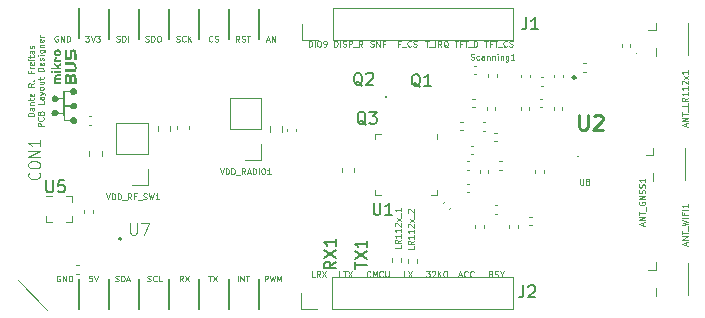
<source format=gbr>
%TF.GenerationSoftware,KiCad,Pcbnew,(6.0.8)*%
%TF.CreationDate,2023-04-10T13:30:07+02:00*%
%TF.ProjectId,LR1120_Mikrobus,4c523131-3230-45f4-9d69-6b726f627573,rev?*%
%TF.SameCoordinates,Original*%
%TF.FileFunction,Legend,Top*%
%TF.FilePolarity,Positive*%
%FSLAX46Y46*%
G04 Gerber Fmt 4.6, Leading zero omitted, Abs format (unit mm)*
G04 Created by KiCad (PCBNEW (6.0.8)) date 2023-04-10 13:30:07*
%MOMM*%
%LPD*%
G01*
G04 APERTURE LIST*
%ADD10C,0.125000*%
%ADD11C,0.050000*%
%ADD12C,0.150000*%
%ADD13C,0.254000*%
%ADD14C,0.200000*%
%ADD15C,0.120000*%
%ADD16C,0.127000*%
%ADD17C,0.250000*%
%ADD18C,0.100000*%
G04 APERTURE END LIST*
D10*
X102500000Y-125500000D02*
X100000000Y-123000000D01*
D11*
X137011904Y-102726190D02*
X137297619Y-102726190D01*
X137154761Y-103226190D02*
X137154761Y-102726190D01*
X137630952Y-102964285D02*
X137464285Y-102964285D01*
X137464285Y-103226190D02*
X137464285Y-102726190D01*
X137702380Y-102726190D01*
X137821428Y-102726190D02*
X138107142Y-102726190D01*
X137964285Y-103226190D02*
X137964285Y-102726190D01*
X138154761Y-103273809D02*
X138535714Y-103273809D01*
X138654761Y-103226190D02*
X138654761Y-102726190D01*
X138773809Y-102726190D01*
X138845238Y-102750000D01*
X138892857Y-102797619D01*
X138916666Y-102845238D01*
X138940476Y-102940476D01*
X138940476Y-103011904D01*
X138916666Y-103107142D01*
X138892857Y-103154761D01*
X138845238Y-103202380D01*
X138773809Y-103226190D01*
X138654761Y-103226190D01*
X126821428Y-103226190D02*
X126821428Y-102726190D01*
X126940476Y-102726190D01*
X127011904Y-102750000D01*
X127059523Y-102797619D01*
X127083333Y-102845238D01*
X127107142Y-102940476D01*
X127107142Y-103011904D01*
X127083333Y-103107142D01*
X127059523Y-103154761D01*
X127011904Y-103202380D01*
X126940476Y-103226190D01*
X126821428Y-103226190D01*
X127321428Y-103226190D02*
X127321428Y-102726190D01*
X127535714Y-103202380D02*
X127607142Y-103226190D01*
X127726190Y-103226190D01*
X127773809Y-103202380D01*
X127797619Y-103178571D01*
X127821428Y-103130952D01*
X127821428Y-103083333D01*
X127797619Y-103035714D01*
X127773809Y-103011904D01*
X127726190Y-102988095D01*
X127630952Y-102964285D01*
X127583333Y-102940476D01*
X127559523Y-102916666D01*
X127535714Y-102869047D01*
X127535714Y-102821428D01*
X127559523Y-102773809D01*
X127583333Y-102750000D01*
X127630952Y-102726190D01*
X127750000Y-102726190D01*
X127821428Y-102750000D01*
X128035714Y-103226190D02*
X128035714Y-102726190D01*
X128226190Y-102726190D01*
X128273809Y-102750000D01*
X128297619Y-102773809D01*
X128321428Y-102821428D01*
X128321428Y-102892857D01*
X128297619Y-102940476D01*
X128273809Y-102964285D01*
X128226190Y-102988095D01*
X128035714Y-102988095D01*
X128416666Y-103273809D02*
X128797619Y-103273809D01*
X129202380Y-103226190D02*
X129035714Y-102988095D01*
X128916666Y-103226190D02*
X128916666Y-102726190D01*
X129107142Y-102726190D01*
X129154761Y-102750000D01*
X129178571Y-102773809D01*
X129202380Y-102821428D01*
X129202380Y-102892857D01*
X129178571Y-102940476D01*
X129154761Y-102964285D01*
X129107142Y-102988095D01*
X128916666Y-102988095D01*
X140083333Y-122464285D02*
X140154761Y-122488095D01*
X140178571Y-122511904D01*
X140202380Y-122559523D01*
X140202380Y-122630952D01*
X140178571Y-122678571D01*
X140154761Y-122702380D01*
X140107142Y-122726190D01*
X139916666Y-122726190D01*
X139916666Y-122226190D01*
X140083333Y-122226190D01*
X140130952Y-122250000D01*
X140154761Y-122273809D01*
X140178571Y-122321428D01*
X140178571Y-122369047D01*
X140154761Y-122416666D01*
X140130952Y-122440476D01*
X140083333Y-122464285D01*
X139916666Y-122464285D01*
X140392857Y-122702380D02*
X140464285Y-122726190D01*
X140583333Y-122726190D01*
X140630952Y-122702380D01*
X140654761Y-122678571D01*
X140678571Y-122630952D01*
X140678571Y-122583333D01*
X140654761Y-122535714D01*
X140630952Y-122511904D01*
X140583333Y-122488095D01*
X140488095Y-122464285D01*
X140440476Y-122440476D01*
X140416666Y-122416666D01*
X140392857Y-122369047D01*
X140392857Y-122321428D01*
X140416666Y-122273809D01*
X140440476Y-122250000D01*
X140488095Y-122226190D01*
X140607142Y-122226190D01*
X140678571Y-122250000D01*
X140988095Y-122488095D02*
X140988095Y-122726190D01*
X140821428Y-122226190D02*
X140988095Y-122488095D01*
X141154761Y-122226190D01*
X125166666Y-122726190D02*
X124928571Y-122726190D01*
X124928571Y-122226190D01*
X125619047Y-122726190D02*
X125452380Y-122488095D01*
X125333333Y-122726190D02*
X125333333Y-122226190D01*
X125523809Y-122226190D01*
X125571428Y-122250000D01*
X125595238Y-122273809D01*
X125619047Y-122321428D01*
X125619047Y-122392857D01*
X125595238Y-122440476D01*
X125571428Y-122464285D01*
X125523809Y-122488095D01*
X125333333Y-122488095D01*
X125785714Y-122226190D02*
X126119047Y-122726190D01*
X126119047Y-122226190D02*
X125785714Y-122726190D01*
X124650000Y-103226190D02*
X124650000Y-102726190D01*
X124769047Y-102726190D01*
X124840476Y-102750000D01*
X124888095Y-102797619D01*
X124911904Y-102845238D01*
X124935714Y-102940476D01*
X124935714Y-103011904D01*
X124911904Y-103107142D01*
X124888095Y-103154761D01*
X124840476Y-103202380D01*
X124769047Y-103226190D01*
X124650000Y-103226190D01*
X125150000Y-103226190D02*
X125150000Y-102726190D01*
X125483333Y-102726190D02*
X125578571Y-102726190D01*
X125626190Y-102750000D01*
X125673809Y-102797619D01*
X125697619Y-102892857D01*
X125697619Y-103059523D01*
X125673809Y-103154761D01*
X125626190Y-103202380D01*
X125578571Y-103226190D01*
X125483333Y-103226190D01*
X125435714Y-103202380D01*
X125388095Y-103154761D01*
X125364285Y-103059523D01*
X125364285Y-102892857D01*
X125388095Y-102797619D01*
X125435714Y-102750000D01*
X125483333Y-102726190D01*
X125935714Y-103226190D02*
X126030952Y-103226190D01*
X126078571Y-103202380D01*
X126102380Y-103178571D01*
X126150000Y-103107142D01*
X126173809Y-103011904D01*
X126173809Y-102821428D01*
X126150000Y-102773809D01*
X126126190Y-102750000D01*
X126078571Y-102726190D01*
X125983333Y-102726190D01*
X125935714Y-102750000D01*
X125911904Y-102773809D01*
X125888095Y-102821428D01*
X125888095Y-102940476D01*
X125911904Y-102988095D01*
X125935714Y-103011904D01*
X125983333Y-103035714D01*
X126078571Y-103035714D01*
X126126190Y-103011904D01*
X126150000Y-102988095D01*
X126173809Y-102940476D01*
D10*
X101393690Y-109114285D02*
X100893690Y-109114285D01*
X100893690Y-108995238D01*
X100917500Y-108923809D01*
X100965119Y-108876190D01*
X101012738Y-108852380D01*
X101107976Y-108828571D01*
X101179404Y-108828571D01*
X101274642Y-108852380D01*
X101322261Y-108876190D01*
X101369880Y-108923809D01*
X101393690Y-108995238D01*
X101393690Y-109114285D01*
X101393690Y-108400000D02*
X101131785Y-108400000D01*
X101084166Y-108423809D01*
X101060357Y-108471428D01*
X101060357Y-108566666D01*
X101084166Y-108614285D01*
X101369880Y-108400000D02*
X101393690Y-108447619D01*
X101393690Y-108566666D01*
X101369880Y-108614285D01*
X101322261Y-108638095D01*
X101274642Y-108638095D01*
X101227023Y-108614285D01*
X101203214Y-108566666D01*
X101203214Y-108447619D01*
X101179404Y-108400000D01*
X101060357Y-108161904D02*
X101393690Y-108161904D01*
X101107976Y-108161904D02*
X101084166Y-108138095D01*
X101060357Y-108090476D01*
X101060357Y-108019047D01*
X101084166Y-107971428D01*
X101131785Y-107947619D01*
X101393690Y-107947619D01*
X101060357Y-107780952D02*
X101060357Y-107590476D01*
X100893690Y-107709523D02*
X101322261Y-107709523D01*
X101369880Y-107685714D01*
X101393690Y-107638095D01*
X101393690Y-107590476D01*
X101369880Y-107233333D02*
X101393690Y-107280952D01*
X101393690Y-107376190D01*
X101369880Y-107423809D01*
X101322261Y-107447619D01*
X101131785Y-107447619D01*
X101084166Y-107423809D01*
X101060357Y-107376190D01*
X101060357Y-107280952D01*
X101084166Y-107233333D01*
X101131785Y-107209523D01*
X101179404Y-107209523D01*
X101227023Y-107447619D01*
X101393690Y-106328571D02*
X101155595Y-106495238D01*
X101393690Y-106614285D02*
X100893690Y-106614285D01*
X100893690Y-106423809D01*
X100917500Y-106376190D01*
X100941309Y-106352380D01*
X100988928Y-106328571D01*
X101060357Y-106328571D01*
X101107976Y-106352380D01*
X101131785Y-106376190D01*
X101155595Y-106423809D01*
X101155595Y-106614285D01*
X101346071Y-106114285D02*
X101369880Y-106090476D01*
X101393690Y-106114285D01*
X101369880Y-106138095D01*
X101346071Y-106114285D01*
X101393690Y-106114285D01*
X101131785Y-105328571D02*
X101131785Y-105495238D01*
X101393690Y-105495238D02*
X100893690Y-105495238D01*
X100893690Y-105257142D01*
X101393690Y-105066666D02*
X101060357Y-105066666D01*
X101155595Y-105066666D02*
X101107976Y-105042857D01*
X101084166Y-105019047D01*
X101060357Y-104971428D01*
X101060357Y-104923809D01*
X101369880Y-104566666D02*
X101393690Y-104614285D01*
X101393690Y-104709523D01*
X101369880Y-104757142D01*
X101322261Y-104780952D01*
X101131785Y-104780952D01*
X101084166Y-104757142D01*
X101060357Y-104709523D01*
X101060357Y-104614285D01*
X101084166Y-104566666D01*
X101131785Y-104542857D01*
X101179404Y-104542857D01*
X101227023Y-104780952D01*
X101393690Y-104328571D02*
X101060357Y-104328571D01*
X100893690Y-104328571D02*
X100917500Y-104352380D01*
X100941309Y-104328571D01*
X100917500Y-104304761D01*
X100893690Y-104328571D01*
X100941309Y-104328571D01*
X101060357Y-104161904D02*
X101060357Y-103971428D01*
X100893690Y-104090476D02*
X101322261Y-104090476D01*
X101369880Y-104066666D01*
X101393690Y-104019047D01*
X101393690Y-103971428D01*
X101393690Y-103590476D02*
X101131785Y-103590476D01*
X101084166Y-103614285D01*
X101060357Y-103661904D01*
X101060357Y-103757142D01*
X101084166Y-103804761D01*
X101369880Y-103590476D02*
X101393690Y-103638095D01*
X101393690Y-103757142D01*
X101369880Y-103804761D01*
X101322261Y-103828571D01*
X101274642Y-103828571D01*
X101227023Y-103804761D01*
X101203214Y-103757142D01*
X101203214Y-103638095D01*
X101179404Y-103590476D01*
X101369880Y-103376190D02*
X101393690Y-103328571D01*
X101393690Y-103233333D01*
X101369880Y-103185714D01*
X101322261Y-103161904D01*
X101298452Y-103161904D01*
X101250833Y-103185714D01*
X101227023Y-103233333D01*
X101227023Y-103304761D01*
X101203214Y-103352380D01*
X101155595Y-103376190D01*
X101131785Y-103376190D01*
X101084166Y-103352380D01*
X101060357Y-103304761D01*
X101060357Y-103233333D01*
X101084166Y-103185714D01*
X102198690Y-109983333D02*
X101698690Y-109983333D01*
X101698690Y-109792857D01*
X101722500Y-109745238D01*
X101746309Y-109721428D01*
X101793928Y-109697619D01*
X101865357Y-109697619D01*
X101912976Y-109721428D01*
X101936785Y-109745238D01*
X101960595Y-109792857D01*
X101960595Y-109983333D01*
X102151071Y-109197619D02*
X102174880Y-109221428D01*
X102198690Y-109292857D01*
X102198690Y-109340476D01*
X102174880Y-109411904D01*
X102127261Y-109459523D01*
X102079642Y-109483333D01*
X101984404Y-109507142D01*
X101912976Y-109507142D01*
X101817738Y-109483333D01*
X101770119Y-109459523D01*
X101722500Y-109411904D01*
X101698690Y-109340476D01*
X101698690Y-109292857D01*
X101722500Y-109221428D01*
X101746309Y-109197619D01*
X101936785Y-108816666D02*
X101960595Y-108745238D01*
X101984404Y-108721428D01*
X102032023Y-108697619D01*
X102103452Y-108697619D01*
X102151071Y-108721428D01*
X102174880Y-108745238D01*
X102198690Y-108792857D01*
X102198690Y-108983333D01*
X101698690Y-108983333D01*
X101698690Y-108816666D01*
X101722500Y-108769047D01*
X101746309Y-108745238D01*
X101793928Y-108721428D01*
X101841547Y-108721428D01*
X101889166Y-108745238D01*
X101912976Y-108769047D01*
X101936785Y-108816666D01*
X101936785Y-108983333D01*
X102198690Y-107864285D02*
X102198690Y-108102380D01*
X101698690Y-108102380D01*
X102198690Y-107483333D02*
X101936785Y-107483333D01*
X101889166Y-107507142D01*
X101865357Y-107554761D01*
X101865357Y-107650000D01*
X101889166Y-107697619D01*
X102174880Y-107483333D02*
X102198690Y-107530952D01*
X102198690Y-107650000D01*
X102174880Y-107697619D01*
X102127261Y-107721428D01*
X102079642Y-107721428D01*
X102032023Y-107697619D01*
X102008214Y-107650000D01*
X102008214Y-107530952D01*
X101984404Y-107483333D01*
X101865357Y-107292857D02*
X102198690Y-107173809D01*
X101865357Y-107054761D02*
X102198690Y-107173809D01*
X102317738Y-107221428D01*
X102341547Y-107245238D01*
X102365357Y-107292857D01*
X102198690Y-106792857D02*
X102174880Y-106840476D01*
X102151071Y-106864285D01*
X102103452Y-106888095D01*
X101960595Y-106888095D01*
X101912976Y-106864285D01*
X101889166Y-106840476D01*
X101865357Y-106792857D01*
X101865357Y-106721428D01*
X101889166Y-106673809D01*
X101912976Y-106650000D01*
X101960595Y-106626190D01*
X102103452Y-106626190D01*
X102151071Y-106650000D01*
X102174880Y-106673809D01*
X102198690Y-106721428D01*
X102198690Y-106792857D01*
X101865357Y-106197619D02*
X102198690Y-106197619D01*
X101865357Y-106411904D02*
X102127261Y-106411904D01*
X102174880Y-106388095D01*
X102198690Y-106340476D01*
X102198690Y-106269047D01*
X102174880Y-106221428D01*
X102151071Y-106197619D01*
X101865357Y-106030952D02*
X101865357Y-105840476D01*
X101698690Y-105959523D02*
X102127261Y-105959523D01*
X102174880Y-105935714D01*
X102198690Y-105888095D01*
X102198690Y-105840476D01*
X102198690Y-105292857D02*
X101698690Y-105292857D01*
X101698690Y-105173809D01*
X101722500Y-105102380D01*
X101770119Y-105054761D01*
X101817738Y-105030952D01*
X101912976Y-105007142D01*
X101984404Y-105007142D01*
X102079642Y-105030952D01*
X102127261Y-105054761D01*
X102174880Y-105102380D01*
X102198690Y-105173809D01*
X102198690Y-105292857D01*
X102174880Y-104602380D02*
X102198690Y-104650000D01*
X102198690Y-104745238D01*
X102174880Y-104792857D01*
X102127261Y-104816666D01*
X101936785Y-104816666D01*
X101889166Y-104792857D01*
X101865357Y-104745238D01*
X101865357Y-104650000D01*
X101889166Y-104602380D01*
X101936785Y-104578571D01*
X101984404Y-104578571D01*
X102032023Y-104816666D01*
X102174880Y-104388095D02*
X102198690Y-104340476D01*
X102198690Y-104245238D01*
X102174880Y-104197619D01*
X102127261Y-104173809D01*
X102103452Y-104173809D01*
X102055833Y-104197619D01*
X102032023Y-104245238D01*
X102032023Y-104316666D01*
X102008214Y-104364285D01*
X101960595Y-104388095D01*
X101936785Y-104388095D01*
X101889166Y-104364285D01*
X101865357Y-104316666D01*
X101865357Y-104245238D01*
X101889166Y-104197619D01*
X102198690Y-103959523D02*
X101865357Y-103959523D01*
X101698690Y-103959523D02*
X101722500Y-103983333D01*
X101746309Y-103959523D01*
X101722500Y-103935714D01*
X101698690Y-103959523D01*
X101746309Y-103959523D01*
X101865357Y-103507142D02*
X102270119Y-103507142D01*
X102317738Y-103530952D01*
X102341547Y-103554761D01*
X102365357Y-103602380D01*
X102365357Y-103673809D01*
X102341547Y-103721428D01*
X102174880Y-103507142D02*
X102198690Y-103554761D01*
X102198690Y-103650000D01*
X102174880Y-103697619D01*
X102151071Y-103721428D01*
X102103452Y-103745238D01*
X101960595Y-103745238D01*
X101912976Y-103721428D01*
X101889166Y-103697619D01*
X101865357Y-103650000D01*
X101865357Y-103554761D01*
X101889166Y-103507142D01*
X101865357Y-103269047D02*
X102198690Y-103269047D01*
X101912976Y-103269047D02*
X101889166Y-103245238D01*
X101865357Y-103197619D01*
X101865357Y-103126190D01*
X101889166Y-103078571D01*
X101936785Y-103054761D01*
X102198690Y-103054761D01*
X102174880Y-102626190D02*
X102198690Y-102673809D01*
X102198690Y-102769047D01*
X102174880Y-102816666D01*
X102127261Y-102840476D01*
X101936785Y-102840476D01*
X101889166Y-102816666D01*
X101865357Y-102769047D01*
X101865357Y-102673809D01*
X101889166Y-102626190D01*
X101936785Y-102602380D01*
X101984404Y-102602380D01*
X102032023Y-102840476D01*
X102198690Y-102388095D02*
X101865357Y-102388095D01*
X101960595Y-102388095D02*
X101912976Y-102364285D01*
X101889166Y-102340476D01*
X101865357Y-102292857D01*
X101865357Y-102245238D01*
D11*
X137380952Y-122583333D02*
X137619047Y-122583333D01*
X137333333Y-122726190D02*
X137500000Y-122226190D01*
X137666666Y-122726190D01*
X138119047Y-122678571D02*
X138095238Y-122702380D01*
X138023809Y-122726190D01*
X137976190Y-122726190D01*
X137904761Y-122702380D01*
X137857142Y-122654761D01*
X137833333Y-122607142D01*
X137809523Y-122511904D01*
X137809523Y-122440476D01*
X137833333Y-122345238D01*
X137857142Y-122297619D01*
X137904761Y-122250000D01*
X137976190Y-122226190D01*
X138023809Y-122226190D01*
X138095238Y-122250000D01*
X138119047Y-122273809D01*
X138619047Y-122678571D02*
X138595238Y-122702380D01*
X138523809Y-122726190D01*
X138476190Y-122726190D01*
X138404761Y-122702380D01*
X138357142Y-122654761D01*
X138333333Y-122607142D01*
X138309523Y-122511904D01*
X138309523Y-122440476D01*
X138333333Y-122345238D01*
X138357142Y-122297619D01*
X138404761Y-122250000D01*
X138476190Y-122226190D01*
X138523809Y-122226190D01*
X138595238Y-122250000D01*
X138619047Y-122273809D01*
X129880952Y-103202380D02*
X129952380Y-103226190D01*
X130071428Y-103226190D01*
X130119047Y-103202380D01*
X130142857Y-103178571D01*
X130166666Y-103130952D01*
X130166666Y-103083333D01*
X130142857Y-103035714D01*
X130119047Y-103011904D01*
X130071428Y-102988095D01*
X129976190Y-102964285D01*
X129928571Y-102940476D01*
X129904761Y-102916666D01*
X129880952Y-102869047D01*
X129880952Y-102821428D01*
X129904761Y-102773809D01*
X129928571Y-102750000D01*
X129976190Y-102726190D01*
X130095238Y-102726190D01*
X130166666Y-102750000D01*
X130380952Y-103226190D02*
X130380952Y-102726190D01*
X130666666Y-103226190D01*
X130666666Y-102726190D01*
X131071428Y-102964285D02*
X130904761Y-102964285D01*
X130904761Y-103226190D02*
X130904761Y-102726190D01*
X131142857Y-102726190D01*
X139523809Y-102726190D02*
X139809523Y-102726190D01*
X139666666Y-103226190D02*
X139666666Y-102726190D01*
X140142857Y-102964285D02*
X139976190Y-102964285D01*
X139976190Y-103226190D02*
X139976190Y-102726190D01*
X140214285Y-102726190D01*
X140333333Y-102726190D02*
X140619047Y-102726190D01*
X140476190Y-103226190D02*
X140476190Y-102726190D01*
X140666666Y-103273809D02*
X141047619Y-103273809D01*
X141452380Y-103178571D02*
X141428571Y-103202380D01*
X141357142Y-103226190D01*
X141309523Y-103226190D01*
X141238095Y-103202380D01*
X141190476Y-103154761D01*
X141166666Y-103107142D01*
X141142857Y-103011904D01*
X141142857Y-102940476D01*
X141166666Y-102845238D01*
X141190476Y-102797619D01*
X141238095Y-102750000D01*
X141309523Y-102726190D01*
X141357142Y-102726190D01*
X141428571Y-102750000D01*
X141452380Y-102773809D01*
X141642857Y-103202380D02*
X141714285Y-103226190D01*
X141833333Y-103226190D01*
X141880952Y-103202380D01*
X141904761Y-103178571D01*
X141928571Y-103130952D01*
X141928571Y-103083333D01*
X141904761Y-103035714D01*
X141880952Y-103011904D01*
X141833333Y-102988095D01*
X141738095Y-102964285D01*
X141690476Y-102940476D01*
X141666666Y-102916666D01*
X141642857Y-102869047D01*
X141642857Y-102821428D01*
X141666666Y-102773809D01*
X141690476Y-102750000D01*
X141738095Y-102726190D01*
X141857142Y-102726190D01*
X141928571Y-102750000D01*
X132916666Y-122726190D02*
X132678571Y-122726190D01*
X132678571Y-122226190D01*
X133035714Y-122226190D02*
X133369047Y-122726190D01*
X133369047Y-122226190D02*
X133035714Y-122726190D01*
X127476190Y-122726190D02*
X127238095Y-122726190D01*
X127238095Y-122226190D01*
X127571428Y-122226190D02*
X127857142Y-122226190D01*
X127714285Y-122726190D02*
X127714285Y-122226190D01*
X127976190Y-122226190D02*
X128309523Y-122726190D01*
X128309523Y-122226190D02*
X127976190Y-122726190D01*
X132392857Y-102964285D02*
X132226190Y-102964285D01*
X132226190Y-103226190D02*
X132226190Y-102726190D01*
X132464285Y-102726190D01*
X132535714Y-103273809D02*
X132916666Y-103273809D01*
X133321428Y-103178571D02*
X133297619Y-103202380D01*
X133226190Y-103226190D01*
X133178571Y-103226190D01*
X133107142Y-103202380D01*
X133059523Y-103154761D01*
X133035714Y-103107142D01*
X133011904Y-103011904D01*
X133011904Y-102940476D01*
X133035714Y-102845238D01*
X133059523Y-102797619D01*
X133107142Y-102750000D01*
X133178571Y-102726190D01*
X133226190Y-102726190D01*
X133297619Y-102750000D01*
X133321428Y-102773809D01*
X133511904Y-103202380D02*
X133583333Y-103226190D01*
X133702380Y-103226190D01*
X133750000Y-103202380D01*
X133773809Y-103178571D01*
X133797619Y-103130952D01*
X133797619Y-103083333D01*
X133773809Y-103035714D01*
X133750000Y-103011904D01*
X133702380Y-102988095D01*
X133607142Y-102964285D01*
X133559523Y-102940476D01*
X133535714Y-102916666D01*
X133511904Y-102869047D01*
X133511904Y-102821428D01*
X133535714Y-102773809D01*
X133559523Y-102750000D01*
X133607142Y-102726190D01*
X133726190Y-102726190D01*
X133797619Y-102750000D01*
X134583333Y-122226190D02*
X134892857Y-122226190D01*
X134726190Y-122416666D01*
X134797619Y-122416666D01*
X134845238Y-122440476D01*
X134869047Y-122464285D01*
X134892857Y-122511904D01*
X134892857Y-122630952D01*
X134869047Y-122678571D01*
X134845238Y-122702380D01*
X134797619Y-122726190D01*
X134654761Y-122726190D01*
X134607142Y-122702380D01*
X134583333Y-122678571D01*
X135083333Y-122273809D02*
X135107142Y-122250000D01*
X135154761Y-122226190D01*
X135273809Y-122226190D01*
X135321428Y-122250000D01*
X135345238Y-122273809D01*
X135369047Y-122321428D01*
X135369047Y-122369047D01*
X135345238Y-122440476D01*
X135059523Y-122726190D01*
X135369047Y-122726190D01*
X135583333Y-122726190D02*
X135583333Y-122226190D01*
X135869047Y-122726190D02*
X135654761Y-122440476D01*
X135869047Y-122226190D02*
X135583333Y-122511904D01*
X136178571Y-122226190D02*
X136273809Y-122226190D01*
X136321428Y-122250000D01*
X136369047Y-122297619D01*
X136392857Y-122392857D01*
X136392857Y-122559523D01*
X136369047Y-122654761D01*
X136321428Y-122702380D01*
X136273809Y-122726190D01*
X136178571Y-122726190D01*
X136130952Y-122702380D01*
X136083333Y-122654761D01*
X136059523Y-122559523D01*
X136059523Y-122392857D01*
X136083333Y-122297619D01*
X136130952Y-122250000D01*
X136178571Y-122226190D01*
X134535714Y-102726190D02*
X134821428Y-102726190D01*
X134678571Y-103226190D02*
X134678571Y-102726190D01*
X134869047Y-103273809D02*
X135250000Y-103273809D01*
X135369047Y-103226190D02*
X135369047Y-102726190D01*
X135892857Y-103226190D02*
X135726190Y-102988095D01*
X135607142Y-103226190D02*
X135607142Y-102726190D01*
X135797619Y-102726190D01*
X135845238Y-102750000D01*
X135869047Y-102773809D01*
X135892857Y-102821428D01*
X135892857Y-102892857D01*
X135869047Y-102940476D01*
X135845238Y-102964285D01*
X135797619Y-102988095D01*
X135607142Y-102988095D01*
X136440476Y-103273809D02*
X136392857Y-103250000D01*
X136345238Y-103202380D01*
X136273809Y-103130952D01*
X136226190Y-103107142D01*
X136178571Y-103107142D01*
X136202380Y-103226190D02*
X136154761Y-103202380D01*
X136107142Y-103154761D01*
X136083333Y-103059523D01*
X136083333Y-102892857D01*
X136107142Y-102797619D01*
X136154761Y-102750000D01*
X136202380Y-102726190D01*
X136297619Y-102726190D01*
X136345238Y-102750000D01*
X136392857Y-102797619D01*
X136416666Y-102892857D01*
X136416666Y-103059523D01*
X136392857Y-103154761D01*
X136345238Y-103202380D01*
X136297619Y-103226190D01*
X136202380Y-103226190D01*
X129857142Y-122678571D02*
X129833333Y-122702380D01*
X129761904Y-122726190D01*
X129714285Y-122726190D01*
X129642857Y-122702380D01*
X129595238Y-122654761D01*
X129571428Y-122607142D01*
X129547619Y-122511904D01*
X129547619Y-122440476D01*
X129571428Y-122345238D01*
X129595238Y-122297619D01*
X129642857Y-122250000D01*
X129714285Y-122226190D01*
X129761904Y-122226190D01*
X129833333Y-122250000D01*
X129857142Y-122273809D01*
X130071428Y-122726190D02*
X130071428Y-122226190D01*
X130238095Y-122583333D01*
X130404761Y-122226190D01*
X130404761Y-122726190D01*
X130928571Y-122678571D02*
X130904761Y-122702380D01*
X130833333Y-122726190D01*
X130785714Y-122726190D01*
X130714285Y-122702380D01*
X130666666Y-122654761D01*
X130642857Y-122607142D01*
X130619047Y-122511904D01*
X130619047Y-122440476D01*
X130642857Y-122345238D01*
X130666666Y-122297619D01*
X130714285Y-122250000D01*
X130785714Y-122226190D01*
X130833333Y-122226190D01*
X130904761Y-122250000D01*
X130928571Y-122273809D01*
X131142857Y-122226190D02*
X131142857Y-122630952D01*
X131166666Y-122678571D01*
X131190476Y-122702380D01*
X131238095Y-122726190D01*
X131333333Y-122726190D01*
X131380952Y-122702380D01*
X131404761Y-122678571D01*
X131428571Y-122630952D01*
X131428571Y-122226190D01*
%TO.C,CON1*%
X101812142Y-113887857D02*
X101859761Y-113930714D01*
X101907380Y-114059285D01*
X101907380Y-114145000D01*
X101859761Y-114273571D01*
X101764523Y-114359285D01*
X101669285Y-114402142D01*
X101478809Y-114445000D01*
X101335952Y-114445000D01*
X101145476Y-114402142D01*
X101050238Y-114359285D01*
X100955000Y-114273571D01*
X100907380Y-114145000D01*
X100907380Y-114059285D01*
X100955000Y-113930714D01*
X101002619Y-113887857D01*
X100907380Y-113330714D02*
X100907380Y-113159285D01*
X100955000Y-113073571D01*
X101050238Y-112987857D01*
X101240714Y-112945000D01*
X101574047Y-112945000D01*
X101764523Y-112987857D01*
X101859761Y-113073571D01*
X101907380Y-113159285D01*
X101907380Y-113330714D01*
X101859761Y-113416428D01*
X101764523Y-113502142D01*
X101574047Y-113545000D01*
X101240714Y-113545000D01*
X101050238Y-113502142D01*
X100955000Y-113416428D01*
X100907380Y-113330714D01*
X101907380Y-112559285D02*
X100907380Y-112559285D01*
X101907380Y-112045000D01*
X100907380Y-112045000D01*
X101907380Y-111145000D02*
X101907380Y-111659285D01*
X101907380Y-111402142D02*
X100907380Y-111402142D01*
X101050238Y-111487857D01*
X101145476Y-111573571D01*
X101193095Y-111659285D01*
X121069047Y-102668333D02*
X121307142Y-102668333D01*
X121021428Y-102811190D02*
X121188095Y-102311190D01*
X121354761Y-102811190D01*
X121521428Y-102811190D02*
X121521428Y-102311190D01*
X121807142Y-102811190D01*
X121807142Y-102311190D01*
X118787551Y-102811190D02*
X118620884Y-102573095D01*
X118501837Y-102811190D02*
X118501837Y-102311190D01*
X118692313Y-102311190D01*
X118739932Y-102335000D01*
X118763741Y-102358809D01*
X118787551Y-102406428D01*
X118787551Y-102477857D01*
X118763741Y-102525476D01*
X118739932Y-102549285D01*
X118692313Y-102573095D01*
X118501837Y-102573095D01*
X118978027Y-102787380D02*
X119049456Y-102811190D01*
X119168503Y-102811190D01*
X119216122Y-102787380D01*
X119239932Y-102763571D01*
X119263741Y-102715952D01*
X119263741Y-102668333D01*
X119239932Y-102620714D01*
X119216122Y-102596904D01*
X119168503Y-102573095D01*
X119073265Y-102549285D01*
X119025646Y-102525476D01*
X119001837Y-102501666D01*
X118978027Y-102454047D01*
X118978027Y-102406428D01*
X119001837Y-102358809D01*
X119025646Y-102335000D01*
X119073265Y-102311190D01*
X119192313Y-102311190D01*
X119263741Y-102335000D01*
X119406599Y-102311190D02*
X119692313Y-102311190D01*
X119549456Y-102811190D02*
X119549456Y-102311190D01*
X116501666Y-102763571D02*
X116477857Y-102787380D01*
X116406428Y-102811190D01*
X116358809Y-102811190D01*
X116287380Y-102787380D01*
X116239761Y-102739761D01*
X116215952Y-102692142D01*
X116192142Y-102596904D01*
X116192142Y-102525476D01*
X116215952Y-102430238D01*
X116239761Y-102382619D01*
X116287380Y-102335000D01*
X116358809Y-102311190D01*
X116406428Y-102311190D01*
X116477857Y-102335000D01*
X116501666Y-102358809D01*
X116692142Y-102787380D02*
X116763571Y-102811190D01*
X116882619Y-102811190D01*
X116930238Y-102787380D01*
X116954047Y-102763571D01*
X116977857Y-102715952D01*
X116977857Y-102668333D01*
X116954047Y-102620714D01*
X116930238Y-102596904D01*
X116882619Y-102573095D01*
X116787380Y-102549285D01*
X116739761Y-102525476D01*
X116715952Y-102501666D01*
X116692142Y-102454047D01*
X116692142Y-102406428D01*
X116715952Y-102358809D01*
X116739761Y-102335000D01*
X116787380Y-102311190D01*
X116906428Y-102311190D01*
X116977857Y-102335000D01*
X113442142Y-102787380D02*
X113513571Y-102811190D01*
X113632619Y-102811190D01*
X113680238Y-102787380D01*
X113704047Y-102763571D01*
X113727857Y-102715952D01*
X113727857Y-102668333D01*
X113704047Y-102620714D01*
X113680238Y-102596904D01*
X113632619Y-102573095D01*
X113537380Y-102549285D01*
X113489761Y-102525476D01*
X113465952Y-102501666D01*
X113442142Y-102454047D01*
X113442142Y-102406428D01*
X113465952Y-102358809D01*
X113489761Y-102335000D01*
X113537380Y-102311190D01*
X113656428Y-102311190D01*
X113727857Y-102335000D01*
X114227857Y-102763571D02*
X114204047Y-102787380D01*
X114132619Y-102811190D01*
X114085000Y-102811190D01*
X114013571Y-102787380D01*
X113965952Y-102739761D01*
X113942142Y-102692142D01*
X113918333Y-102596904D01*
X113918333Y-102525476D01*
X113942142Y-102430238D01*
X113965952Y-102382619D01*
X114013571Y-102335000D01*
X114085000Y-102311190D01*
X114132619Y-102311190D01*
X114204047Y-102335000D01*
X114227857Y-102358809D01*
X114442142Y-102811190D02*
X114442142Y-102311190D01*
X114727857Y-102811190D02*
X114513571Y-102525476D01*
X114727857Y-102311190D02*
X114442142Y-102596904D01*
X110824017Y-102787380D02*
X110895445Y-102811190D01*
X111014493Y-102811190D01*
X111062112Y-102787380D01*
X111085921Y-102763571D01*
X111109731Y-102715952D01*
X111109731Y-102668333D01*
X111085921Y-102620714D01*
X111062112Y-102596904D01*
X111014493Y-102573095D01*
X110919255Y-102549285D01*
X110871636Y-102525476D01*
X110847826Y-102501666D01*
X110824017Y-102454047D01*
X110824017Y-102406428D01*
X110847826Y-102358809D01*
X110871636Y-102335000D01*
X110919255Y-102311190D01*
X111038302Y-102311190D01*
X111109731Y-102335000D01*
X111324017Y-102811190D02*
X111324017Y-102311190D01*
X111443064Y-102311190D01*
X111514493Y-102335000D01*
X111562112Y-102382619D01*
X111585921Y-102430238D01*
X111609731Y-102525476D01*
X111609731Y-102596904D01*
X111585921Y-102692142D01*
X111562112Y-102739761D01*
X111514493Y-102787380D01*
X111443064Y-102811190D01*
X111324017Y-102811190D01*
X111919255Y-102311190D02*
X112014493Y-102311190D01*
X112062112Y-102335000D01*
X112109731Y-102382619D01*
X112133540Y-102477857D01*
X112133540Y-102644523D01*
X112109731Y-102739761D01*
X112062112Y-102787380D01*
X112014493Y-102811190D01*
X111919255Y-102811190D01*
X111871636Y-102787380D01*
X111824017Y-102739761D01*
X111800207Y-102644523D01*
X111800207Y-102477857D01*
X111824017Y-102382619D01*
X111871636Y-102335000D01*
X111919255Y-102311190D01*
X108375854Y-102787380D02*
X108447282Y-102811190D01*
X108566330Y-102811190D01*
X108613949Y-102787380D01*
X108637759Y-102763571D01*
X108661568Y-102715952D01*
X108661568Y-102668333D01*
X108637759Y-102620714D01*
X108613949Y-102596904D01*
X108566330Y-102573095D01*
X108471092Y-102549285D01*
X108423473Y-102525476D01*
X108399663Y-102501666D01*
X108375854Y-102454047D01*
X108375854Y-102406428D01*
X108399663Y-102358809D01*
X108423473Y-102335000D01*
X108471092Y-102311190D01*
X108590139Y-102311190D01*
X108661568Y-102335000D01*
X108875854Y-102811190D02*
X108875854Y-102311190D01*
X108994901Y-102311190D01*
X109066330Y-102335000D01*
X109113949Y-102382619D01*
X109137759Y-102430238D01*
X109161568Y-102525476D01*
X109161568Y-102596904D01*
X109137759Y-102692142D01*
X109113949Y-102739761D01*
X109066330Y-102787380D01*
X108994901Y-102811190D01*
X108875854Y-102811190D01*
X109375854Y-102811190D02*
X109375854Y-102311190D01*
X105737215Y-102311190D02*
X106046739Y-102311190D01*
X105880072Y-102501666D01*
X105951501Y-102501666D01*
X105999120Y-102525476D01*
X106022929Y-102549285D01*
X106046739Y-102596904D01*
X106046739Y-102715952D01*
X106022929Y-102763571D01*
X105999120Y-102787380D01*
X105951501Y-102811190D01*
X105808643Y-102811190D01*
X105761024Y-102787380D01*
X105737215Y-102763571D01*
X106189596Y-102311190D02*
X106356263Y-102811190D01*
X106522929Y-102311190D01*
X106641977Y-102311190D02*
X106951501Y-102311190D01*
X106784834Y-102501666D01*
X106856263Y-102501666D01*
X106903882Y-102525476D01*
X106927691Y-102549285D01*
X106951501Y-102596904D01*
X106951501Y-102715952D01*
X106927691Y-102763571D01*
X106903882Y-102787380D01*
X106856263Y-102811190D01*
X106713405Y-102811190D01*
X106665786Y-102787380D01*
X106641977Y-102763571D01*
X103404047Y-102335000D02*
X103356428Y-102311190D01*
X103285000Y-102311190D01*
X103213571Y-102335000D01*
X103165952Y-102382619D01*
X103142142Y-102430238D01*
X103118333Y-102525476D01*
X103118333Y-102596904D01*
X103142142Y-102692142D01*
X103165952Y-102739761D01*
X103213571Y-102787380D01*
X103285000Y-102811190D01*
X103332619Y-102811190D01*
X103404047Y-102787380D01*
X103427857Y-102763571D01*
X103427857Y-102596904D01*
X103332619Y-102596904D01*
X103642142Y-102811190D02*
X103642142Y-102311190D01*
X103927857Y-102811190D01*
X103927857Y-102311190D01*
X104165952Y-102811190D02*
X104165952Y-102311190D01*
X104285000Y-102311190D01*
X104356428Y-102335000D01*
X104404047Y-102382619D01*
X104427857Y-102430238D01*
X104451666Y-102525476D01*
X104451666Y-102596904D01*
X104427857Y-102692142D01*
X104404047Y-102739761D01*
X104356428Y-102787380D01*
X104285000Y-102811190D01*
X104165952Y-102811190D01*
X103589047Y-122632534D02*
X103541428Y-122608724D01*
X103470000Y-122608724D01*
X103398571Y-122632534D01*
X103350952Y-122680153D01*
X103327142Y-122727772D01*
X103303333Y-122823010D01*
X103303333Y-122894438D01*
X103327142Y-122989676D01*
X103350952Y-123037295D01*
X103398571Y-123084914D01*
X103470000Y-123108724D01*
X103517619Y-123108724D01*
X103589047Y-123084914D01*
X103612857Y-123061105D01*
X103612857Y-122894438D01*
X103517619Y-122894438D01*
X103827142Y-123108724D02*
X103827142Y-122608724D01*
X104112857Y-123108724D01*
X104112857Y-122608724D01*
X104350952Y-123108724D02*
X104350952Y-122608724D01*
X104470000Y-122608724D01*
X104541428Y-122632534D01*
X104589047Y-122680153D01*
X104612857Y-122727772D01*
X104636666Y-122823010D01*
X104636666Y-122894438D01*
X104612857Y-122989676D01*
X104589047Y-123037295D01*
X104541428Y-123084914D01*
X104470000Y-123108724D01*
X104350952Y-123108724D01*
X106289761Y-122608724D02*
X106051666Y-122608724D01*
X106027857Y-122846819D01*
X106051666Y-122823010D01*
X106099285Y-122799200D01*
X106218333Y-122799200D01*
X106265952Y-122823010D01*
X106289761Y-122846819D01*
X106313571Y-122894438D01*
X106313571Y-123013486D01*
X106289761Y-123061105D01*
X106265952Y-123084914D01*
X106218333Y-123108724D01*
X106099285Y-123108724D01*
X106051666Y-123084914D01*
X106027857Y-123061105D01*
X106456428Y-122608724D02*
X106623095Y-123108724D01*
X106789761Y-122608724D01*
X108277857Y-123084914D02*
X108349285Y-123108724D01*
X108468333Y-123108724D01*
X108515952Y-123084914D01*
X108539761Y-123061105D01*
X108563571Y-123013486D01*
X108563571Y-122965867D01*
X108539761Y-122918248D01*
X108515952Y-122894438D01*
X108468333Y-122870629D01*
X108373095Y-122846819D01*
X108325476Y-122823010D01*
X108301666Y-122799200D01*
X108277857Y-122751581D01*
X108277857Y-122703962D01*
X108301666Y-122656343D01*
X108325476Y-122632534D01*
X108373095Y-122608724D01*
X108492142Y-122608724D01*
X108563571Y-122632534D01*
X108777857Y-123108724D02*
X108777857Y-122608724D01*
X108896904Y-122608724D01*
X108968333Y-122632534D01*
X109015952Y-122680153D01*
X109039761Y-122727772D01*
X109063571Y-122823010D01*
X109063571Y-122894438D01*
X109039761Y-122989676D01*
X109015952Y-123037295D01*
X108968333Y-123084914D01*
X108896904Y-123108724D01*
X108777857Y-123108724D01*
X109254047Y-122965867D02*
X109492142Y-122965867D01*
X109206428Y-123108724D02*
X109373095Y-122608724D01*
X109539761Y-123108724D01*
X110989761Y-123084914D02*
X111061190Y-123108724D01*
X111180238Y-123108724D01*
X111227857Y-123084914D01*
X111251666Y-123061105D01*
X111275476Y-123013486D01*
X111275476Y-122965867D01*
X111251666Y-122918248D01*
X111227857Y-122894438D01*
X111180238Y-122870629D01*
X111085000Y-122846819D01*
X111037380Y-122823010D01*
X111013571Y-122799200D01*
X110989761Y-122751581D01*
X110989761Y-122703962D01*
X111013571Y-122656343D01*
X111037380Y-122632534D01*
X111085000Y-122608724D01*
X111204047Y-122608724D01*
X111275476Y-122632534D01*
X111775476Y-123061105D02*
X111751666Y-123084914D01*
X111680238Y-123108724D01*
X111632619Y-123108724D01*
X111561190Y-123084914D01*
X111513571Y-123037295D01*
X111489761Y-122989676D01*
X111465952Y-122894438D01*
X111465952Y-122823010D01*
X111489761Y-122727772D01*
X111513571Y-122680153D01*
X111561190Y-122632534D01*
X111632619Y-122608724D01*
X111680238Y-122608724D01*
X111751666Y-122632534D01*
X111775476Y-122656343D01*
X112227857Y-123108724D02*
X111989761Y-123108724D01*
X111989761Y-122608724D01*
X114001666Y-123108724D02*
X113835000Y-122870629D01*
X113715952Y-123108724D02*
X113715952Y-122608724D01*
X113906428Y-122608724D01*
X113954047Y-122632534D01*
X113977857Y-122656343D01*
X114001666Y-122703962D01*
X114001666Y-122775391D01*
X113977857Y-122823010D01*
X113954047Y-122846819D01*
X113906428Y-122870629D01*
X113715952Y-122870629D01*
X114168333Y-122608724D02*
X114501666Y-123108724D01*
X114501666Y-122608724D02*
X114168333Y-123108724D01*
X116162620Y-122608724D02*
X116448334Y-122608724D01*
X116305477Y-123108724D02*
X116305477Y-122608724D01*
X116567382Y-122608724D02*
X116900715Y-123108724D01*
X116900715Y-122608724D02*
X116567382Y-123108724D01*
X118632619Y-123108724D02*
X118632619Y-122608724D01*
X118870714Y-123108724D02*
X118870714Y-122608724D01*
X119156428Y-123108724D01*
X119156428Y-122608724D01*
X119323095Y-122608724D02*
X119608809Y-122608724D01*
X119465952Y-123108724D02*
X119465952Y-122608724D01*
X120920619Y-123108724D02*
X120920619Y-122608724D01*
X121111095Y-122608724D01*
X121158714Y-122632534D01*
X121182523Y-122656343D01*
X121206333Y-122703962D01*
X121206333Y-122775391D01*
X121182523Y-122823010D01*
X121158714Y-122846819D01*
X121111095Y-122870629D01*
X120920619Y-122870629D01*
X121373000Y-122608724D02*
X121492047Y-123108724D01*
X121587285Y-122751581D01*
X121682523Y-123108724D01*
X121801571Y-122608724D01*
X121992047Y-123108724D02*
X121992047Y-122608724D01*
X122158714Y-122965867D01*
X122325380Y-122608724D01*
X122325380Y-123108724D01*
D12*
%TO.C,U5*%
X102438095Y-114552380D02*
X102438095Y-115361904D01*
X102485714Y-115457142D01*
X102533333Y-115504761D01*
X102628571Y-115552380D01*
X102819047Y-115552380D01*
X102914285Y-115504761D01*
X102961904Y-115457142D01*
X103009523Y-115361904D01*
X103009523Y-114552380D01*
X103961904Y-114552380D02*
X103485714Y-114552380D01*
X103438095Y-115028571D01*
X103485714Y-114980952D01*
X103580952Y-114933333D01*
X103819047Y-114933333D01*
X103914285Y-114980952D01*
X103961904Y-115028571D01*
X104009523Y-115123809D01*
X104009523Y-115361904D01*
X103961904Y-115457142D01*
X103914285Y-115504761D01*
X103819047Y-115552380D01*
X103580952Y-115552380D01*
X103485714Y-115504761D01*
X103438095Y-115457142D01*
%TO.C,J1*%
X143066666Y-100752380D02*
X143066666Y-101466666D01*
X143019047Y-101609523D01*
X142923809Y-101704761D01*
X142780952Y-101752380D01*
X142685714Y-101752380D01*
X144066666Y-101752380D02*
X143495238Y-101752380D01*
X143780952Y-101752380D02*
X143780952Y-100752380D01*
X143685714Y-100895238D01*
X143590476Y-100990476D01*
X143495238Y-101038095D01*
D13*
%TO.C,U2*%
X147532380Y-109004523D02*
X147532380Y-110032619D01*
X147592857Y-110153571D01*
X147653333Y-110214047D01*
X147774285Y-110274523D01*
X148016190Y-110274523D01*
X148137142Y-110214047D01*
X148197619Y-110153571D01*
X148258095Y-110032619D01*
X148258095Y-109004523D01*
X148802380Y-109125476D02*
X148862857Y-109065000D01*
X148983809Y-109004523D01*
X149286190Y-109004523D01*
X149407142Y-109065000D01*
X149467619Y-109125476D01*
X149528095Y-109246428D01*
X149528095Y-109367380D01*
X149467619Y-109548809D01*
X148741904Y-110274523D01*
X149528095Y-110274523D01*
D10*
%TO.C,VDD_RF_SW1*%
X107476190Y-115661190D02*
X107642857Y-116161190D01*
X107809523Y-115661190D01*
X107976190Y-116161190D02*
X107976190Y-115661190D01*
X108095238Y-115661190D01*
X108166666Y-115685000D01*
X108214285Y-115732619D01*
X108238095Y-115780238D01*
X108261904Y-115875476D01*
X108261904Y-115946904D01*
X108238095Y-116042142D01*
X108214285Y-116089761D01*
X108166666Y-116137380D01*
X108095238Y-116161190D01*
X107976190Y-116161190D01*
X108476190Y-116161190D02*
X108476190Y-115661190D01*
X108595238Y-115661190D01*
X108666666Y-115685000D01*
X108714285Y-115732619D01*
X108738095Y-115780238D01*
X108761904Y-115875476D01*
X108761904Y-115946904D01*
X108738095Y-116042142D01*
X108714285Y-116089761D01*
X108666666Y-116137380D01*
X108595238Y-116161190D01*
X108476190Y-116161190D01*
X108857142Y-116208809D02*
X109238095Y-116208809D01*
X109642857Y-116161190D02*
X109476190Y-115923095D01*
X109357142Y-116161190D02*
X109357142Y-115661190D01*
X109547619Y-115661190D01*
X109595238Y-115685000D01*
X109619047Y-115708809D01*
X109642857Y-115756428D01*
X109642857Y-115827857D01*
X109619047Y-115875476D01*
X109595238Y-115899285D01*
X109547619Y-115923095D01*
X109357142Y-115923095D01*
X110023809Y-115899285D02*
X109857142Y-115899285D01*
X109857142Y-116161190D02*
X109857142Y-115661190D01*
X110095238Y-115661190D01*
X110166666Y-116208809D02*
X110547619Y-116208809D01*
X110642857Y-116137380D02*
X110714285Y-116161190D01*
X110833333Y-116161190D01*
X110880952Y-116137380D01*
X110904761Y-116113571D01*
X110928571Y-116065952D01*
X110928571Y-116018333D01*
X110904761Y-115970714D01*
X110880952Y-115946904D01*
X110833333Y-115923095D01*
X110738095Y-115899285D01*
X110690476Y-115875476D01*
X110666666Y-115851666D01*
X110642857Y-115804047D01*
X110642857Y-115756428D01*
X110666666Y-115708809D01*
X110690476Y-115685000D01*
X110738095Y-115661190D01*
X110857142Y-115661190D01*
X110928571Y-115685000D01*
X111095238Y-115661190D02*
X111214285Y-116161190D01*
X111309523Y-115804047D01*
X111404761Y-116161190D01*
X111523809Y-115661190D01*
X111976190Y-116161190D02*
X111690476Y-116161190D01*
X111833333Y-116161190D02*
X111833333Y-115661190D01*
X111785714Y-115732619D01*
X111738095Y-115780238D01*
X111690476Y-115804047D01*
D14*
%TO.C,Q1*%
X134104761Y-106647619D02*
X134009523Y-106600000D01*
X133914285Y-106504761D01*
X133771428Y-106361904D01*
X133676190Y-106314285D01*
X133580952Y-106314285D01*
X133628571Y-106552380D02*
X133533333Y-106504761D01*
X133438095Y-106409523D01*
X133390476Y-106219047D01*
X133390476Y-105885714D01*
X133438095Y-105695238D01*
X133533333Y-105600000D01*
X133628571Y-105552380D01*
X133819047Y-105552380D01*
X133914285Y-105600000D01*
X134009523Y-105695238D01*
X134057142Y-105885714D01*
X134057142Y-106219047D01*
X134009523Y-106409523D01*
X133914285Y-106504761D01*
X133819047Y-106552380D01*
X133628571Y-106552380D01*
X135009523Y-106552380D02*
X134438095Y-106552380D01*
X134723809Y-106552380D02*
X134723809Y-105552380D01*
X134628571Y-105695238D01*
X134533333Y-105790476D01*
X134438095Y-105838095D01*
D10*
%TO.C,ANT_LR112x1*%
X156583333Y-109969047D02*
X156583333Y-109730952D01*
X156726190Y-110016666D02*
X156226190Y-109850000D01*
X156726190Y-109683333D01*
X156726190Y-109516666D02*
X156226190Y-109516666D01*
X156726190Y-109230952D01*
X156226190Y-109230952D01*
X156226190Y-109064285D02*
X156226190Y-108778571D01*
X156726190Y-108921428D02*
X156226190Y-108921428D01*
X156773809Y-108730952D02*
X156773809Y-108350000D01*
X156726190Y-107992857D02*
X156726190Y-108230952D01*
X156226190Y-108230952D01*
X156726190Y-107540476D02*
X156488095Y-107707142D01*
X156726190Y-107826190D02*
X156226190Y-107826190D01*
X156226190Y-107635714D01*
X156250000Y-107588095D01*
X156273809Y-107564285D01*
X156321428Y-107540476D01*
X156392857Y-107540476D01*
X156440476Y-107564285D01*
X156464285Y-107588095D01*
X156488095Y-107635714D01*
X156488095Y-107826190D01*
X156726190Y-107064285D02*
X156726190Y-107350000D01*
X156726190Y-107207142D02*
X156226190Y-107207142D01*
X156297619Y-107254761D01*
X156345238Y-107302380D01*
X156369047Y-107350000D01*
X156726190Y-106588095D02*
X156726190Y-106873809D01*
X156726190Y-106730952D02*
X156226190Y-106730952D01*
X156297619Y-106778571D01*
X156345238Y-106826190D01*
X156369047Y-106873809D01*
X156273809Y-106397619D02*
X156250000Y-106373809D01*
X156226190Y-106326190D01*
X156226190Y-106207142D01*
X156250000Y-106159523D01*
X156273809Y-106135714D01*
X156321428Y-106111904D01*
X156369047Y-106111904D01*
X156440476Y-106135714D01*
X156726190Y-106421428D01*
X156726190Y-106111904D01*
X156726190Y-105945238D02*
X156392857Y-105683333D01*
X156392857Y-105945238D02*
X156726190Y-105683333D01*
X156726190Y-105230952D02*
X156726190Y-105516666D01*
X156726190Y-105373809D02*
X156226190Y-105373809D01*
X156297619Y-105421428D01*
X156345238Y-105469047D01*
X156369047Y-105516666D01*
D12*
%TO.C,Q3*%
X129504761Y-109847619D02*
X129409523Y-109800000D01*
X129314285Y-109704761D01*
X129171428Y-109561904D01*
X129076190Y-109514285D01*
X128980952Y-109514285D01*
X129028571Y-109752380D02*
X128933333Y-109704761D01*
X128838095Y-109609523D01*
X128790476Y-109419047D01*
X128790476Y-109085714D01*
X128838095Y-108895238D01*
X128933333Y-108800000D01*
X129028571Y-108752380D01*
X129219047Y-108752380D01*
X129314285Y-108800000D01*
X129409523Y-108895238D01*
X129457142Y-109085714D01*
X129457142Y-109419047D01*
X129409523Y-109609523D01*
X129314285Y-109704761D01*
X129219047Y-109752380D01*
X129028571Y-109752380D01*
X129790476Y-108752380D02*
X130409523Y-108752380D01*
X130076190Y-109133333D01*
X130219047Y-109133333D01*
X130314285Y-109180952D01*
X130361904Y-109228571D01*
X130409523Y-109323809D01*
X130409523Y-109561904D01*
X130361904Y-109657142D01*
X130314285Y-109704761D01*
X130219047Y-109752380D01*
X129933333Y-109752380D01*
X129838095Y-109704761D01*
X129790476Y-109657142D01*
%TO.C,RX1*%
X126952380Y-121427857D02*
X126476190Y-121761190D01*
X126952380Y-121999285D02*
X125952380Y-121999285D01*
X125952380Y-121618333D01*
X126000000Y-121523095D01*
X126047619Y-121475476D01*
X126142857Y-121427857D01*
X126285714Y-121427857D01*
X126380952Y-121475476D01*
X126428571Y-121523095D01*
X126476190Y-121618333D01*
X126476190Y-121999285D01*
X125952380Y-121094523D02*
X126952380Y-120427857D01*
X125952380Y-120427857D02*
X126952380Y-121094523D01*
X126952380Y-119523095D02*
X126952380Y-120094523D01*
X126952380Y-119808809D02*
X125952380Y-119808809D01*
X126095238Y-119904047D01*
X126190476Y-119999285D01*
X126238095Y-120094523D01*
D10*
%TO.C,VDD_RADIO1*%
X117109523Y-113531190D02*
X117276190Y-114031190D01*
X117442857Y-113531190D01*
X117609523Y-114031190D02*
X117609523Y-113531190D01*
X117728571Y-113531190D01*
X117800000Y-113555000D01*
X117847619Y-113602619D01*
X117871428Y-113650238D01*
X117895238Y-113745476D01*
X117895238Y-113816904D01*
X117871428Y-113912142D01*
X117847619Y-113959761D01*
X117800000Y-114007380D01*
X117728571Y-114031190D01*
X117609523Y-114031190D01*
X118109523Y-114031190D02*
X118109523Y-113531190D01*
X118228571Y-113531190D01*
X118300000Y-113555000D01*
X118347619Y-113602619D01*
X118371428Y-113650238D01*
X118395238Y-113745476D01*
X118395238Y-113816904D01*
X118371428Y-113912142D01*
X118347619Y-113959761D01*
X118300000Y-114007380D01*
X118228571Y-114031190D01*
X118109523Y-114031190D01*
X118490476Y-114078809D02*
X118871428Y-114078809D01*
X119276190Y-114031190D02*
X119109523Y-113793095D01*
X118990476Y-114031190D02*
X118990476Y-113531190D01*
X119180952Y-113531190D01*
X119228571Y-113555000D01*
X119252380Y-113578809D01*
X119276190Y-113626428D01*
X119276190Y-113697857D01*
X119252380Y-113745476D01*
X119228571Y-113769285D01*
X119180952Y-113793095D01*
X118990476Y-113793095D01*
X119466666Y-113888333D02*
X119704761Y-113888333D01*
X119419047Y-114031190D02*
X119585714Y-113531190D01*
X119752380Y-114031190D01*
X119919047Y-114031190D02*
X119919047Y-113531190D01*
X120038095Y-113531190D01*
X120109523Y-113555000D01*
X120157142Y-113602619D01*
X120180952Y-113650238D01*
X120204761Y-113745476D01*
X120204761Y-113816904D01*
X120180952Y-113912142D01*
X120157142Y-113959761D01*
X120109523Y-114007380D01*
X120038095Y-114031190D01*
X119919047Y-114031190D01*
X120419047Y-114031190D02*
X120419047Y-113531190D01*
X120752380Y-113531190D02*
X120847619Y-113531190D01*
X120895238Y-113555000D01*
X120942857Y-113602619D01*
X120966666Y-113697857D01*
X120966666Y-113864523D01*
X120942857Y-113959761D01*
X120895238Y-114007380D01*
X120847619Y-114031190D01*
X120752380Y-114031190D01*
X120704761Y-114007380D01*
X120657142Y-113959761D01*
X120633333Y-113864523D01*
X120633333Y-113697857D01*
X120657142Y-113602619D01*
X120704761Y-113555000D01*
X120752380Y-113531190D01*
X121442857Y-114031190D02*
X121157142Y-114031190D01*
X121300000Y-114031190D02*
X121300000Y-113531190D01*
X121252380Y-113602619D01*
X121204761Y-113650238D01*
X121157142Y-113674047D01*
D12*
%TO.C,J2*%
X142826666Y-123452380D02*
X142826666Y-124166666D01*
X142779047Y-124309523D01*
X142683809Y-124404761D01*
X142540952Y-124452380D01*
X142445714Y-124452380D01*
X143255238Y-123547619D02*
X143302857Y-123500000D01*
X143398095Y-123452380D01*
X143636190Y-123452380D01*
X143731428Y-123500000D01*
X143779047Y-123547619D01*
X143826666Y-123642857D01*
X143826666Y-123738095D01*
X143779047Y-123880952D01*
X143207619Y-124452380D01*
X143826666Y-124452380D01*
D10*
%TO.C,LR112x_1*%
X132426190Y-120040476D02*
X132426190Y-120278571D01*
X131926190Y-120278571D01*
X132426190Y-119588095D02*
X132188095Y-119754761D01*
X132426190Y-119873809D02*
X131926190Y-119873809D01*
X131926190Y-119683333D01*
X131950000Y-119635714D01*
X131973809Y-119611904D01*
X132021428Y-119588095D01*
X132092857Y-119588095D01*
X132140476Y-119611904D01*
X132164285Y-119635714D01*
X132188095Y-119683333D01*
X132188095Y-119873809D01*
X132426190Y-119111904D02*
X132426190Y-119397619D01*
X132426190Y-119254761D02*
X131926190Y-119254761D01*
X131997619Y-119302380D01*
X132045238Y-119350000D01*
X132069047Y-119397619D01*
X132426190Y-118635714D02*
X132426190Y-118921428D01*
X132426190Y-118778571D02*
X131926190Y-118778571D01*
X131997619Y-118826190D01*
X132045238Y-118873809D01*
X132069047Y-118921428D01*
X131973809Y-118445238D02*
X131950000Y-118421428D01*
X131926190Y-118373809D01*
X131926190Y-118254761D01*
X131950000Y-118207142D01*
X131973809Y-118183333D01*
X132021428Y-118159523D01*
X132069047Y-118159523D01*
X132140476Y-118183333D01*
X132426190Y-118469047D01*
X132426190Y-118159523D01*
X132426190Y-117992857D02*
X132092857Y-117730952D01*
X132092857Y-117992857D02*
X132426190Y-117730952D01*
X132473809Y-117659523D02*
X132473809Y-117278571D01*
X132426190Y-116897619D02*
X132426190Y-117183333D01*
X132426190Y-117040476D02*
X131926190Y-117040476D01*
X131997619Y-117088095D01*
X132045238Y-117135714D01*
X132069047Y-117183333D01*
D12*
%TO.C,U1*%
X130138095Y-116452380D02*
X130138095Y-117261904D01*
X130185714Y-117357142D01*
X130233333Y-117404761D01*
X130328571Y-117452380D01*
X130519047Y-117452380D01*
X130614285Y-117404761D01*
X130661904Y-117357142D01*
X130709523Y-117261904D01*
X130709523Y-116452380D01*
X131709523Y-117452380D02*
X131138095Y-117452380D01*
X131423809Y-117452380D02*
X131423809Y-116452380D01*
X131328571Y-116595238D01*
X131233333Y-116690476D01*
X131138095Y-116738095D01*
D15*
%TO.C,U7*%
X109538095Y-118152380D02*
X109538095Y-118961904D01*
X109585714Y-119057142D01*
X109633333Y-119104761D01*
X109728571Y-119152380D01*
X109919047Y-119152380D01*
X110014285Y-119104761D01*
X110061904Y-119057142D01*
X110109523Y-118961904D01*
X110109523Y-118152380D01*
X110490476Y-118152380D02*
X111157142Y-118152380D01*
X110728571Y-119152380D01*
D10*
%TO.C,LR112x_2*%
X133526190Y-120130476D02*
X133526190Y-120368571D01*
X133026190Y-120368571D01*
X133526190Y-119678095D02*
X133288095Y-119844761D01*
X133526190Y-119963809D02*
X133026190Y-119963809D01*
X133026190Y-119773333D01*
X133050000Y-119725714D01*
X133073809Y-119701904D01*
X133121428Y-119678095D01*
X133192857Y-119678095D01*
X133240476Y-119701904D01*
X133264285Y-119725714D01*
X133288095Y-119773333D01*
X133288095Y-119963809D01*
X133526190Y-119201904D02*
X133526190Y-119487619D01*
X133526190Y-119344761D02*
X133026190Y-119344761D01*
X133097619Y-119392380D01*
X133145238Y-119440000D01*
X133169047Y-119487619D01*
X133526190Y-118725714D02*
X133526190Y-119011428D01*
X133526190Y-118868571D02*
X133026190Y-118868571D01*
X133097619Y-118916190D01*
X133145238Y-118963809D01*
X133169047Y-119011428D01*
X133073809Y-118535238D02*
X133050000Y-118511428D01*
X133026190Y-118463809D01*
X133026190Y-118344761D01*
X133050000Y-118297142D01*
X133073809Y-118273333D01*
X133121428Y-118249523D01*
X133169047Y-118249523D01*
X133240476Y-118273333D01*
X133526190Y-118559047D01*
X133526190Y-118249523D01*
X133526190Y-118082857D02*
X133192857Y-117820952D01*
X133192857Y-118082857D02*
X133526190Y-117820952D01*
X133573809Y-117749523D02*
X133573809Y-117368571D01*
X133073809Y-117273333D02*
X133050000Y-117249523D01*
X133026190Y-117201904D01*
X133026190Y-117082857D01*
X133050000Y-117035238D01*
X133073809Y-117011428D01*
X133121428Y-116987619D01*
X133169047Y-116987619D01*
X133240476Y-117011428D01*
X133526190Y-117297142D01*
X133526190Y-116987619D01*
%TO.C,ANT_GNSS1*%
X152983333Y-118388095D02*
X152983333Y-118150000D01*
X153126190Y-118435714D02*
X152626190Y-118269047D01*
X153126190Y-118102380D01*
X153126190Y-117935714D02*
X152626190Y-117935714D01*
X153126190Y-117650000D01*
X152626190Y-117650000D01*
X152626190Y-117483333D02*
X152626190Y-117197619D01*
X153126190Y-117340476D02*
X152626190Y-117340476D01*
X153173809Y-117150000D02*
X153173809Y-116769047D01*
X152650000Y-116388095D02*
X152626190Y-116435714D01*
X152626190Y-116507142D01*
X152650000Y-116578571D01*
X152697619Y-116626190D01*
X152745238Y-116650000D01*
X152840476Y-116673809D01*
X152911904Y-116673809D01*
X153007142Y-116650000D01*
X153054761Y-116626190D01*
X153102380Y-116578571D01*
X153126190Y-116507142D01*
X153126190Y-116459523D01*
X153102380Y-116388095D01*
X153078571Y-116364285D01*
X152911904Y-116364285D01*
X152911904Y-116459523D01*
X153126190Y-116150000D02*
X152626190Y-116150000D01*
X153126190Y-115864285D01*
X152626190Y-115864285D01*
X153102380Y-115650000D02*
X153126190Y-115578571D01*
X153126190Y-115459523D01*
X153102380Y-115411904D01*
X153078571Y-115388095D01*
X153030952Y-115364285D01*
X152983333Y-115364285D01*
X152935714Y-115388095D01*
X152911904Y-115411904D01*
X152888095Y-115459523D01*
X152864285Y-115554761D01*
X152840476Y-115602380D01*
X152816666Y-115626190D01*
X152769047Y-115650000D01*
X152721428Y-115650000D01*
X152673809Y-115626190D01*
X152650000Y-115602380D01*
X152626190Y-115554761D01*
X152626190Y-115435714D01*
X152650000Y-115364285D01*
X153102380Y-115173809D02*
X153126190Y-115102380D01*
X153126190Y-114983333D01*
X153102380Y-114935714D01*
X153078571Y-114911904D01*
X153030952Y-114888095D01*
X152983333Y-114888095D01*
X152935714Y-114911904D01*
X152911904Y-114935714D01*
X152888095Y-114983333D01*
X152864285Y-115078571D01*
X152840476Y-115126190D01*
X152816666Y-115150000D01*
X152769047Y-115173809D01*
X152721428Y-115173809D01*
X152673809Y-115150000D01*
X152650000Y-115126190D01*
X152626190Y-115078571D01*
X152626190Y-114959523D01*
X152650000Y-114888095D01*
X153126190Y-114411904D02*
X153126190Y-114697619D01*
X153126190Y-114554761D02*
X152626190Y-114554761D01*
X152697619Y-114602380D01*
X152745238Y-114650000D01*
X152769047Y-114697619D01*
D12*
%TO.C,TX1*%
X128552380Y-122038095D02*
X128552380Y-121466666D01*
X129552380Y-121752380D02*
X128552380Y-121752380D01*
X128552380Y-121228571D02*
X129552380Y-120561904D01*
X128552380Y-120561904D02*
X129552380Y-121228571D01*
X129552380Y-119657142D02*
X129552380Y-120228571D01*
X129552380Y-119942857D02*
X128552380Y-119942857D01*
X128695238Y-120038095D01*
X128790476Y-120133333D01*
X128838095Y-120228571D01*
D10*
%TO.C,Scanning1*%
X138369761Y-104302380D02*
X138441190Y-104326190D01*
X138560238Y-104326190D01*
X138607857Y-104302380D01*
X138631666Y-104278571D01*
X138655476Y-104230952D01*
X138655476Y-104183333D01*
X138631666Y-104135714D01*
X138607857Y-104111904D01*
X138560238Y-104088095D01*
X138465000Y-104064285D01*
X138417380Y-104040476D01*
X138393571Y-104016666D01*
X138369761Y-103969047D01*
X138369761Y-103921428D01*
X138393571Y-103873809D01*
X138417380Y-103850000D01*
X138465000Y-103826190D01*
X138584047Y-103826190D01*
X138655476Y-103850000D01*
X139084047Y-104302380D02*
X139036428Y-104326190D01*
X138941190Y-104326190D01*
X138893571Y-104302380D01*
X138869761Y-104278571D01*
X138845952Y-104230952D01*
X138845952Y-104088095D01*
X138869761Y-104040476D01*
X138893571Y-104016666D01*
X138941190Y-103992857D01*
X139036428Y-103992857D01*
X139084047Y-104016666D01*
X139512619Y-104326190D02*
X139512619Y-104064285D01*
X139488809Y-104016666D01*
X139441190Y-103992857D01*
X139345952Y-103992857D01*
X139298333Y-104016666D01*
X139512619Y-104302380D02*
X139465000Y-104326190D01*
X139345952Y-104326190D01*
X139298333Y-104302380D01*
X139274523Y-104254761D01*
X139274523Y-104207142D01*
X139298333Y-104159523D01*
X139345952Y-104135714D01*
X139465000Y-104135714D01*
X139512619Y-104111904D01*
X139750714Y-103992857D02*
X139750714Y-104326190D01*
X139750714Y-104040476D02*
X139774523Y-104016666D01*
X139822142Y-103992857D01*
X139893571Y-103992857D01*
X139941190Y-104016666D01*
X139965000Y-104064285D01*
X139965000Y-104326190D01*
X140203095Y-103992857D02*
X140203095Y-104326190D01*
X140203095Y-104040476D02*
X140226904Y-104016666D01*
X140274523Y-103992857D01*
X140345952Y-103992857D01*
X140393571Y-104016666D01*
X140417380Y-104064285D01*
X140417380Y-104326190D01*
X140655476Y-104326190D02*
X140655476Y-103992857D01*
X140655476Y-103826190D02*
X140631666Y-103850000D01*
X140655476Y-103873809D01*
X140679285Y-103850000D01*
X140655476Y-103826190D01*
X140655476Y-103873809D01*
X140893571Y-103992857D02*
X140893571Y-104326190D01*
X140893571Y-104040476D02*
X140917380Y-104016666D01*
X140965000Y-103992857D01*
X141036428Y-103992857D01*
X141084047Y-104016666D01*
X141107857Y-104064285D01*
X141107857Y-104326190D01*
X141560238Y-103992857D02*
X141560238Y-104397619D01*
X141536428Y-104445238D01*
X141512619Y-104469047D01*
X141465000Y-104492857D01*
X141393571Y-104492857D01*
X141345952Y-104469047D01*
X141560238Y-104302380D02*
X141512619Y-104326190D01*
X141417380Y-104326190D01*
X141369761Y-104302380D01*
X141345952Y-104278571D01*
X141322142Y-104230952D01*
X141322142Y-104088095D01*
X141345952Y-104040476D01*
X141369761Y-104016666D01*
X141417380Y-103992857D01*
X141512619Y-103992857D01*
X141560238Y-104016666D01*
X142060238Y-104326190D02*
X141774523Y-104326190D01*
X141917380Y-104326190D02*
X141917380Y-103826190D01*
X141869761Y-103897619D01*
X141822142Y-103945238D01*
X141774523Y-103969047D01*
%TO.C,U8*%
X147619047Y-114426190D02*
X147619047Y-114830952D01*
X147642857Y-114878571D01*
X147666666Y-114902380D01*
X147714285Y-114926190D01*
X147809523Y-114926190D01*
X147857142Y-114902380D01*
X147880952Y-114878571D01*
X147904761Y-114830952D01*
X147904761Y-114426190D01*
X148214285Y-114640476D02*
X148166666Y-114616666D01*
X148142857Y-114592857D01*
X148119047Y-114545238D01*
X148119047Y-114521428D01*
X148142857Y-114473809D01*
X148166666Y-114450000D01*
X148214285Y-114426190D01*
X148309523Y-114426190D01*
X148357142Y-114450000D01*
X148380952Y-114473809D01*
X148404761Y-114521428D01*
X148404761Y-114545238D01*
X148380952Y-114592857D01*
X148357142Y-114616666D01*
X148309523Y-114640476D01*
X148214285Y-114640476D01*
X148166666Y-114664285D01*
X148142857Y-114688095D01*
X148119047Y-114735714D01*
X148119047Y-114830952D01*
X148142857Y-114878571D01*
X148166666Y-114902380D01*
X148214285Y-114926190D01*
X148309523Y-114926190D01*
X148357142Y-114902380D01*
X148380952Y-114878571D01*
X148404761Y-114830952D01*
X148404761Y-114735714D01*
X148380952Y-114688095D01*
X148357142Y-114664285D01*
X148309523Y-114640476D01*
D12*
%TO.C,Q2*%
X129204761Y-106547619D02*
X129109523Y-106500000D01*
X129014285Y-106404761D01*
X128871428Y-106261904D01*
X128776190Y-106214285D01*
X128680952Y-106214285D01*
X128728571Y-106452380D02*
X128633333Y-106404761D01*
X128538095Y-106309523D01*
X128490476Y-106119047D01*
X128490476Y-105785714D01*
X128538095Y-105595238D01*
X128633333Y-105500000D01*
X128728571Y-105452380D01*
X128919047Y-105452380D01*
X129014285Y-105500000D01*
X129109523Y-105595238D01*
X129157142Y-105785714D01*
X129157142Y-106119047D01*
X129109523Y-106309523D01*
X129014285Y-106404761D01*
X128919047Y-106452380D01*
X128728571Y-106452380D01*
X129538095Y-105547619D02*
X129585714Y-105500000D01*
X129680952Y-105452380D01*
X129919047Y-105452380D01*
X130014285Y-105500000D01*
X130061904Y-105547619D01*
X130109523Y-105642857D01*
X130109523Y-105738095D01*
X130061904Y-105880952D01*
X129490476Y-106452380D01*
X130109523Y-106452380D01*
D10*
%TO.C,ANT_WIFI1*%
X156583333Y-120038095D02*
X156583333Y-119800000D01*
X156726190Y-120085714D02*
X156226190Y-119919047D01*
X156726190Y-119752380D01*
X156726190Y-119585714D02*
X156226190Y-119585714D01*
X156726190Y-119300000D01*
X156226190Y-119300000D01*
X156226190Y-119133333D02*
X156226190Y-118847619D01*
X156726190Y-118990476D02*
X156226190Y-118990476D01*
X156773809Y-118800000D02*
X156773809Y-118419047D01*
X156226190Y-118347619D02*
X156726190Y-118228571D01*
X156369047Y-118133333D01*
X156726190Y-118038095D01*
X156226190Y-117919047D01*
X156726190Y-117728571D02*
X156226190Y-117728571D01*
X156464285Y-117323809D02*
X156464285Y-117490476D01*
X156726190Y-117490476D02*
X156226190Y-117490476D01*
X156226190Y-117252380D01*
X156726190Y-117061904D02*
X156226190Y-117061904D01*
X156726190Y-116561904D02*
X156726190Y-116847619D01*
X156726190Y-116704761D02*
X156226190Y-116704761D01*
X156297619Y-116752380D01*
X156345238Y-116800000D01*
X156369047Y-116847619D01*
D16*
%TO.C,CON1*%
X120415000Y-122875000D02*
X120415000Y-125415000D01*
X120415000Y-100015000D02*
X120415000Y-102555000D01*
X117875000Y-100015000D02*
X117875000Y-102555000D01*
X115335000Y-100015000D02*
X115335000Y-102555000D01*
X112795000Y-100015000D02*
X112795000Y-102555000D01*
X110255000Y-100015000D02*
X110255000Y-102555000D01*
X107715000Y-100015000D02*
X107715000Y-102555000D01*
X105185000Y-99985000D02*
X105185000Y-102525000D01*
X117875000Y-122875000D02*
X117875000Y-125415000D01*
X115335000Y-122875000D02*
X115335000Y-125415000D01*
X112795000Y-122875000D02*
X112795000Y-125415000D01*
X110255000Y-122875000D02*
X110255000Y-125415000D01*
X107715000Y-122875000D02*
X107715000Y-125415000D01*
X105175000Y-122875000D02*
X105175000Y-125415000D01*
D15*
%TO.C,U5*%
X102900000Y-118100000D02*
X102400000Y-118100000D01*
X104600000Y-115900000D02*
X104600000Y-116400000D01*
X102400000Y-118100000D02*
X102400000Y-117600000D01*
X102400000Y-117600000D02*
X102400000Y-117600000D01*
X102900000Y-115900000D02*
X102400000Y-115900000D01*
X102400000Y-115900000D02*
X102400000Y-115900000D01*
X104600000Y-117600000D02*
X104600000Y-118100000D01*
X104100000Y-118100000D02*
X104100000Y-118100000D01*
X104600000Y-118100000D02*
X104100000Y-118100000D01*
X104600000Y-116400000D02*
X104600000Y-116400000D01*
X104100000Y-115900000D02*
X104600000Y-115900000D01*
%TO.C,R1*%
X122422500Y-110437258D02*
X122422500Y-109962742D01*
X121377500Y-110437258D02*
X121377500Y-109962742D01*
%TO.C,J1*%
X124070000Y-102630000D02*
X124070000Y-101300000D01*
X126670000Y-102630000D02*
X141970000Y-102630000D01*
X125400000Y-102630000D02*
X124070000Y-102630000D01*
X126670000Y-99970000D02*
X141970000Y-99970000D01*
X126670000Y-102630000D02*
X126670000Y-99970000D01*
X141970000Y-102630000D02*
X141970000Y-99970000D01*
%TO.C,C37*%
X104972164Y-122460000D02*
X105187836Y-122460000D01*
X104972164Y-121740000D02*
X105187836Y-121740000D01*
D17*
%TO.C,U2*%
X147250000Y-105850000D02*
G75*
G03*
X147250000Y-105850000I-125000J0D01*
G01*
D15*
%TO.C,C11*%
X143360000Y-105827836D02*
X143360000Y-105612164D01*
X142640000Y-105827836D02*
X142640000Y-105612164D01*
%TO.C,VDD_RF_SW1*%
X111030000Y-114905000D02*
X109700000Y-114905000D01*
X111030000Y-113575000D02*
X111030000Y-114905000D01*
X108370000Y-112305000D02*
X108370000Y-109705000D01*
X111030000Y-112305000D02*
X111030000Y-109705000D01*
X111030000Y-112305000D02*
X108370000Y-112305000D01*
X111030000Y-109705000D02*
X108370000Y-109705000D01*
%TO.C,C23*%
X138012164Y-112940000D02*
X138227836Y-112940000D01*
X138012164Y-113660000D02*
X138227836Y-113660000D01*
D18*
%TO.C,Q1*%
X131125000Y-107475000D02*
X131125000Y-107475000D01*
X131225000Y-107475000D02*
X131225000Y-107475000D01*
X131225000Y-107475000D02*
G75*
G03*
X131125000Y-107475000I-50000J0D01*
G01*
X131125000Y-107475000D02*
G75*
G03*
X131225000Y-107475000I50000J0D01*
G01*
D15*
%TO.C,C26*%
X144560000Y-113887836D02*
X144560000Y-113672164D01*
X143840000Y-113887836D02*
X143840000Y-113672164D01*
%TO.C,C9*%
X139840000Y-105787836D02*
X139840000Y-105572164D01*
X140560000Y-105787836D02*
X140560000Y-105572164D01*
%TO.C,ANT_LR112x1*%
X156735000Y-101250000D02*
X156735000Y-103950000D01*
X154015000Y-101840000D02*
X153385000Y-101840000D01*
X154015000Y-104000000D02*
X154015000Y-103360000D01*
X154015000Y-101200000D02*
X154015000Y-101840000D01*
%TO.C,C16*%
X143310000Y-108372164D02*
X143310000Y-108587836D01*
X142590000Y-108372164D02*
X142590000Y-108587836D01*
%TO.C,C10*%
X144312164Y-106560000D02*
X144527836Y-106560000D01*
X144312164Y-105840000D02*
X144527836Y-105840000D01*
%TO.C,C27*%
X136182282Y-116308601D02*
X136029779Y-116461104D01*
X136691399Y-116817718D02*
X136538896Y-116970221D01*
%TO.C,G\u002A\u002A\u002A*%
G36*
X104021576Y-106056178D02*
G01*
X104024432Y-105882296D01*
X104034948Y-105754010D01*
X104056046Y-105663766D01*
X104090649Y-105604009D01*
X104141679Y-105567186D01*
X104212059Y-105545741D01*
X104219596Y-105544278D01*
X104293747Y-105543877D01*
X104372570Y-105562878D01*
X104438329Y-105594492D01*
X104473289Y-105631931D01*
X104475147Y-105642086D01*
X104492654Y-105644815D01*
X104536592Y-105617837D01*
X104557237Y-105601380D01*
X104654953Y-105547421D01*
X104759661Y-105534784D01*
X104857287Y-105561332D01*
X104933755Y-105624926D01*
X104956089Y-105661982D01*
X104969866Y-105715175D01*
X104983139Y-105808764D01*
X104994441Y-105929795D01*
X105002303Y-106065312D01*
X105002594Y-106072590D01*
X105015843Y-106412769D01*
X104021576Y-106412769D01*
X104021576Y-106199324D01*
X104208341Y-106199324D01*
X104395105Y-106199324D01*
X104395105Y-106000793D01*
X104394509Y-105984124D01*
X104585602Y-105984124D01*
X104587318Y-106050862D01*
X104594385Y-106131103D01*
X104609015Y-106172542D01*
X104639660Y-106189732D01*
X104670836Y-106194643D01*
X104752960Y-106196682D01*
X104799084Y-106172679D01*
X104818789Y-106112947D01*
X104821996Y-106041814D01*
X104816713Y-105948121D01*
X104803380Y-105865843D01*
X104795976Y-105840871D01*
X104756309Y-105785735D01*
X104701933Y-105772433D01*
X104638513Y-105796088D01*
X104599681Y-105866786D01*
X104585602Y-105984124D01*
X104394509Y-105984124D01*
X104391538Y-105900998D01*
X104382065Y-105824741D01*
X104368531Y-105786153D01*
X104366908Y-105784836D01*
X104321309Y-105777372D01*
X104273526Y-105783770D01*
X104240232Y-105795530D01*
X104220758Y-105818154D01*
X104211417Y-105863855D01*
X104208522Y-105944844D01*
X104208341Y-105999727D01*
X104208341Y-106199324D01*
X104021576Y-106199324D01*
X104021576Y-106056178D01*
G37*
G36*
X103701408Y-105743594D02*
G01*
X103481292Y-105751343D01*
X103373357Y-105755844D01*
X103307628Y-105762598D01*
X103272976Y-105775504D01*
X103258270Y-105798460D01*
X103252841Y-105831358D01*
X103244506Y-105903624D01*
X103466287Y-105911400D01*
X103688068Y-105919177D01*
X103688068Y-106079261D01*
X103467952Y-106087010D01*
X103247837Y-106094759D01*
X103247837Y-106252685D01*
X103701408Y-106252685D01*
X103701408Y-106412769D01*
X103114433Y-106412769D01*
X103114433Y-106052580D01*
X103115514Y-105884708D01*
X103122402Y-105762833D01*
X103140567Y-105679591D01*
X103175481Y-105627618D01*
X103232612Y-105599552D01*
X103317430Y-105588028D01*
X103435407Y-105585684D01*
X103461282Y-105585668D01*
X103701408Y-105585668D01*
X103701408Y-105743594D01*
G37*
G36*
X104828014Y-106742342D02*
G01*
X104894375Y-106778113D01*
X104944727Y-106823651D01*
X105016004Y-106926669D01*
X105038565Y-107036350D01*
X105014022Y-107142147D01*
X104943983Y-107233513D01*
X104875063Y-107280043D01*
X104802700Y-107308635D01*
X104741954Y-107319912D01*
X104645603Y-107297281D01*
X104553462Y-107238971D01*
X104488254Y-107159376D01*
X104465491Y-107119800D01*
X104439064Y-107096153D01*
X104395892Y-107084336D01*
X104322894Y-107080247D01*
X104234336Y-107079786D01*
X104021576Y-107079786D01*
X104021576Y-108200374D01*
X104235682Y-108200374D01*
X104342754Y-108199267D01*
X104408625Y-108193796D01*
X104445446Y-108180736D01*
X104465365Y-108156864D01*
X104473815Y-108137176D01*
X104531619Y-108051761D01*
X104621084Y-107991740D01*
X104726448Y-107961701D01*
X104831952Y-107966237D01*
X104918926Y-108007532D01*
X104996959Y-108098860D01*
X105030962Y-108201520D01*
X105025586Y-108305419D01*
X104985478Y-108400466D01*
X104915289Y-108476569D01*
X104819669Y-108523635D01*
X104703266Y-108531572D01*
X104679221Y-108527831D01*
X104613629Y-108500058D01*
X104546477Y-108449556D01*
X104494693Y-108391614D01*
X104475147Y-108343479D01*
X104462095Y-108324862D01*
X104417546Y-108313486D01*
X104333416Y-108308056D01*
X104248362Y-108307097D01*
X104021576Y-108307097D01*
X104021576Y-109401004D01*
X104248362Y-109401004D01*
X104364413Y-109398910D01*
X104435320Y-109391763D01*
X104469170Y-109378267D01*
X104475147Y-109364622D01*
X104497127Y-109312148D01*
X104552093Y-109253873D01*
X104623590Y-109204063D01*
X104690631Y-109177813D01*
X104801734Y-109179406D01*
X104899668Y-109223105D01*
X104976538Y-109298257D01*
X105024443Y-109394210D01*
X105035487Y-109500311D01*
X105004474Y-109601109D01*
X104928166Y-109690141D01*
X104826989Y-109739738D01*
X104714432Y-109747555D01*
X104603987Y-109711251D01*
X104557237Y-109678780D01*
X104504883Y-109626229D01*
X104476708Y-109581401D01*
X104475147Y-109572960D01*
X104462947Y-109555607D01*
X104421365Y-109543356D01*
X104342934Y-109535053D01*
X104220185Y-109529544D01*
X104188330Y-109528640D01*
X103901513Y-109521067D01*
X103893969Y-109220910D01*
X103886425Y-108920752D01*
X103660513Y-108920752D01*
X103545834Y-108922705D01*
X103475781Y-108929521D01*
X103441725Y-108942638D01*
X103434601Y-108958401D01*
X103415596Y-108998416D01*
X103368369Y-109051072D01*
X103352512Y-109065124D01*
X103246084Y-109124520D01*
X103131775Y-109138093D01*
X103023045Y-109106304D01*
X102951713Y-109051334D01*
X102896188Y-108975368D01*
X102875555Y-108891623D01*
X102874307Y-108854050D01*
X102896016Y-108740207D01*
X102953910Y-108653497D01*
X103037140Y-108595851D01*
X103134858Y-108569199D01*
X103236214Y-108575469D01*
X103330360Y-108616592D01*
X103406447Y-108694499D01*
X103436772Y-108753998D01*
X103452662Y-108783971D01*
X103479787Y-108801892D01*
X103530231Y-108810818D01*
X103616075Y-108813807D01*
X103674067Y-108814029D01*
X103888173Y-108814029D01*
X103888173Y-107693441D01*
X103661387Y-107693441D01*
X103548622Y-107695047D01*
X103479607Y-107701023D01*
X103444794Y-107713108D01*
X103434636Y-107733040D01*
X103434601Y-107734736D01*
X103416267Y-107779524D01*
X103371447Y-107834365D01*
X103364650Y-107840859D01*
X103263128Y-107906047D01*
X103158704Y-107925562D01*
X103059626Y-107905916D01*
X102974144Y-107853620D01*
X102910508Y-107775184D01*
X102876967Y-107677120D01*
X102881770Y-107565938D01*
X102912327Y-107483865D01*
X102980257Y-107403865D01*
X103073627Y-107359434D01*
X103179031Y-107349557D01*
X103283064Y-107373219D01*
X103372318Y-107429404D01*
X103433389Y-107517097D01*
X103435933Y-107523521D01*
X103451653Y-107555001D01*
X103477348Y-107573830D01*
X103525166Y-107583233D01*
X103607257Y-107586434D01*
X103674067Y-107586719D01*
X103888173Y-107586719D01*
X103888173Y-106973063D01*
X104168980Y-106973063D01*
X104294290Y-106972475D01*
X104376577Y-106969284D01*
X104426180Y-106961345D01*
X104453434Y-106946516D01*
X104468677Y-106922653D01*
X104473815Y-106909865D01*
X104534387Y-106820176D01*
X104629364Y-106757725D01*
X104742492Y-106732995D01*
X104748220Y-106732937D01*
X104828014Y-106742342D01*
G37*
G36*
X103236673Y-104009948D02*
G01*
X103159178Y-103932050D01*
X103113162Y-103832166D01*
X103103160Y-103740304D01*
X103247837Y-103740304D01*
X103264736Y-103821750D01*
X103318190Y-103866340D01*
X103398011Y-103878105D01*
X103488623Y-103860185D01*
X103546206Y-103813562D01*
X103564581Y-103748939D01*
X103537569Y-103677023D01*
X103523848Y-103660090D01*
X103457241Y-103617665D01*
X103380384Y-103611263D01*
X103309405Y-103636198D01*
X103260430Y-103687782D01*
X103247837Y-103740304D01*
X103103160Y-103740304D01*
X103101224Y-103722523D01*
X103125962Y-103615348D01*
X103189974Y-103522867D01*
X103224274Y-103494722D01*
X103305176Y-103462432D01*
X103407914Y-103452445D01*
X103508956Y-103464517D01*
X103584770Y-103498400D01*
X103584892Y-103498499D01*
X103662491Y-103593378D01*
X103699469Y-103710803D01*
X103692689Y-103835340D01*
X103667453Y-103904786D01*
X103606448Y-103975821D01*
X103513482Y-104029366D01*
X103409360Y-104055875D01*
X103398011Y-104055491D01*
X103343049Y-104053633D01*
X103236673Y-104009948D01*
G37*
G36*
X104833046Y-103491056D02*
G01*
X104920027Y-103547821D01*
X104942702Y-103576003D01*
X104963565Y-103620012D01*
X104979035Y-103684953D01*
X104990409Y-103780041D01*
X104998985Y-103914494D01*
X105002755Y-104002649D01*
X105016328Y-104358357D01*
X104795316Y-104358357D01*
X104795316Y-104039764D01*
X104792974Y-103895874D01*
X104786321Y-103787474D01*
X104775916Y-103721229D01*
X104767118Y-103703744D01*
X104721119Y-103696015D01*
X104676931Y-103701875D01*
X104647956Y-103712540D01*
X104629046Y-103734050D01*
X104617322Y-103777006D01*
X104609903Y-103852010D01*
X104603910Y-103969664D01*
X104603857Y-103970870D01*
X104595729Y-104101665D01*
X104583230Y-104191893D01*
X104563805Y-104254318D01*
X104538630Y-104296824D01*
X104453563Y-104368510D01*
X104341343Y-104399129D01*
X104211887Y-104385991D01*
X104210746Y-104385686D01*
X104141821Y-104361957D01*
X104091786Y-104328121D01*
X104057703Y-104276100D01*
X104036634Y-104197817D01*
X104025641Y-104085195D01*
X104021784Y-103930156D01*
X104021576Y-103865703D01*
X104021576Y-103504576D01*
X104208341Y-103504576D01*
X104208341Y-103806067D01*
X104210487Y-103954374D01*
X104218501Y-104057217D01*
X104234750Y-104122378D01*
X104261599Y-104157637D01*
X104301414Y-104170778D01*
X104319461Y-104171592D01*
X104365534Y-104155613D01*
X104396801Y-104104095D01*
X104414948Y-104011670D01*
X104421661Y-103872970D01*
X104421786Y-103845775D01*
X104427004Y-103704688D01*
X104445849Y-103606487D01*
X104483107Y-103541435D01*
X104543564Y-103499792D01*
X104601826Y-103479473D01*
X104721615Y-103466754D01*
X104833046Y-103491056D01*
G37*
G36*
X103701408Y-105452265D02*
G01*
X103114433Y-105452265D01*
X103114433Y-105292181D01*
X103701408Y-105292181D01*
X103701408Y-105452265D01*
G37*
G36*
X102984362Y-105298792D02*
G01*
X103005258Y-105329977D01*
X103007710Y-105372223D01*
X103001099Y-105428916D01*
X102969914Y-105449813D01*
X102927668Y-105452265D01*
X102870975Y-105445654D01*
X102850079Y-105414469D01*
X102847626Y-105372223D01*
X102854238Y-105315529D01*
X102885423Y-105294633D01*
X102927668Y-105292181D01*
X102984362Y-105298792D01*
G37*
G36*
X104401776Y-104523489D02*
G01*
X104571564Y-104530243D01*
X104696989Y-104540051D01*
X104787045Y-104555339D01*
X104850727Y-104578529D01*
X104897028Y-104612047D01*
X104934943Y-104658317D01*
X104942204Y-104669151D01*
X104968814Y-104736968D01*
X104988970Y-104838260D01*
X105000665Y-104953325D01*
X105001888Y-105062462D01*
X104990780Y-105145437D01*
X104936985Y-105253377D01*
X104850301Y-105335861D01*
X104774155Y-105371137D01*
X104708392Y-105381995D01*
X104604031Y-105390854D01*
X104475825Y-105396757D01*
X104348414Y-105398755D01*
X104021576Y-105398903D01*
X104021576Y-105158777D01*
X104366243Y-105158777D01*
X104499487Y-105157608D01*
X104615485Y-105154413D01*
X104702666Y-105149664D01*
X104749458Y-105143833D01*
X104751822Y-105143078D01*
X104796579Y-105100780D01*
X104825595Y-105026466D01*
X104833595Y-104940444D01*
X104821128Y-104876346D01*
X104790465Y-104815063D01*
X104760296Y-104779529D01*
X104722969Y-104772002D01*
X104643303Y-104765690D01*
X104532318Y-104761179D01*
X104401032Y-104759059D01*
X104375095Y-104758976D01*
X104021576Y-104758567D01*
X104021576Y-104511720D01*
X104401776Y-104523489D01*
G37*
G36*
X103254507Y-104697495D02*
G01*
X103394580Y-104834705D01*
X103523895Y-104716594D01*
X103593558Y-104656094D01*
X103649141Y-104613502D01*
X103677309Y-104598483D01*
X103693363Y-104621914D01*
X103701243Y-104679385D01*
X103701408Y-104690079D01*
X103694313Y-104749273D01*
X103666241Y-104800068D01*
X103607010Y-104858268D01*
X103576787Y-104883514D01*
X103452166Y-104985353D01*
X103570117Y-104998693D01*
X103644434Y-105010923D01*
X103680902Y-105032440D01*
X103695016Y-105073874D01*
X103696510Y-105085406D01*
X103704952Y-105158777D01*
X102847626Y-105158777D01*
X102847626Y-104998693D01*
X103353367Y-104998693D01*
X103233900Y-104888573D01*
X103165302Y-104820471D01*
X103129226Y-104766582D01*
X103115774Y-104708744D01*
X103114433Y-104669368D01*
X103114433Y-104560285D01*
X103254507Y-104697495D01*
G37*
G36*
X103348227Y-104105941D02*
G01*
X103354467Y-104150402D01*
X103354559Y-104168102D01*
X103346521Y-104228790D01*
X103317226Y-104250699D01*
X103304052Y-104251634D01*
X103253374Y-104274530D01*
X103223246Y-104328088D01*
X103221156Y-104347199D01*
X103245851Y-104352113D01*
X103311998Y-104355923D01*
X103407693Y-104358075D01*
X103461282Y-104358357D01*
X103701408Y-104358357D01*
X103701408Y-104518441D01*
X103114433Y-104518441D01*
X103114842Y-104351687D01*
X103118610Y-104239339D01*
X103133549Y-104168708D01*
X103166113Y-104128355D01*
X103222760Y-104106846D01*
X103256666Y-104100454D01*
X103320846Y-104092899D01*
X103348227Y-104105941D01*
G37*
%TO.C,C21*%
X139372164Y-109640000D02*
X139587836Y-109640000D01*
X139372164Y-110360000D02*
X139587836Y-110360000D01*
%TO.C,C35*%
X106012164Y-109140000D02*
X106227836Y-109140000D01*
X106012164Y-109860000D02*
X106227836Y-109860000D01*
D18*
%TO.C,RX1*%
X125350000Y-120095000D02*
G75*
G03*
X125350000Y-120095000I-50000J0D01*
G01*
D15*
%TO.C,C19*%
X137462164Y-110310000D02*
X137677836Y-110310000D01*
X137462164Y-109590000D02*
X137677836Y-109590000D01*
%TO.C,C29*%
X143312164Y-117640000D02*
X143527836Y-117640000D01*
X143312164Y-118360000D02*
X143527836Y-118360000D01*
D18*
%TO.C,D2*%
X151950000Y-114405000D02*
G75*
G03*
X151950000Y-114405000I-50000J0D01*
G01*
D15*
%TO.C,C24*%
X139860000Y-113887836D02*
X139860000Y-113672164D01*
X139140000Y-113887836D02*
X139140000Y-113672164D01*
%TO.C,C25*%
X140772164Y-112940000D02*
X140987836Y-112940000D01*
X140772164Y-113660000D02*
X140987836Y-113660000D01*
%TO.C,C8*%
X138612164Y-105560000D02*
X138827836Y-105560000D01*
X138612164Y-104840000D02*
X138827836Y-104840000D01*
%TO.C,C30*%
X142360000Y-118372164D02*
X142360000Y-118587836D01*
X141640000Y-118372164D02*
X141640000Y-118587836D01*
%TO.C,R2*%
X112922500Y-110387258D02*
X112922500Y-109912742D01*
X111877500Y-110387258D02*
X111877500Y-109912742D01*
%TO.C,VDD_RADIO1*%
X120630000Y-110205000D02*
X120630000Y-107605000D01*
X117970000Y-110205000D02*
X117970000Y-107605000D01*
X120630000Y-111475000D02*
X120630000Y-112805000D01*
X120630000Y-110205000D02*
X117970000Y-110205000D01*
X120630000Y-107605000D02*
X117970000Y-107605000D01*
X120630000Y-112805000D02*
X119300000Y-112805000D01*
%TO.C,J2*%
X126630000Y-125430000D02*
X126630000Y-122770000D01*
X125360000Y-125430000D02*
X124030000Y-125430000D01*
X141930000Y-125430000D02*
X141930000Y-122770000D01*
X126630000Y-122770000D02*
X141930000Y-122770000D01*
X124030000Y-125430000D02*
X124030000Y-124100000D01*
X126630000Y-125430000D02*
X141930000Y-125430000D01*
%TO.C,LR112x_1*%
X131720000Y-121463641D02*
X131720000Y-121156359D01*
X132480000Y-121463641D02*
X132480000Y-121156359D01*
%TO.C,R10*%
X106077500Y-112512258D02*
X106077500Y-112037742D01*
X107122500Y-112512258D02*
X107122500Y-112037742D01*
%TO.C,U1*%
X135510000Y-111065000D02*
X135510000Y-110590000D01*
X135510000Y-115810000D02*
X135035000Y-115810000D01*
X135510000Y-115335000D02*
X135510000Y-115810000D01*
X130290000Y-115335000D02*
X130290000Y-115810000D01*
X130290000Y-110590000D02*
X130765000Y-110590000D01*
X130290000Y-111065000D02*
X130290000Y-110590000D01*
X130290000Y-115810000D02*
X130765000Y-115810000D01*
D14*
%TO.C,U7*%
X108800000Y-119500000D02*
X108800000Y-119500000D01*
X108600000Y-119500000D02*
X108600000Y-119500000D01*
X108800000Y-119500000D02*
G75*
G03*
X108600000Y-119500000I-100000J0D01*
G01*
X108600000Y-119500000D02*
G75*
G03*
X108800000Y-119500000I100000J0D01*
G01*
D18*
%TO.C,D3*%
X152450000Y-124080000D02*
G75*
G03*
X152450000Y-124080000I-50000J0D01*
G01*
D15*
%TO.C,C17*%
X145390000Y-108372164D02*
X145390000Y-108587836D01*
X146110000Y-108372164D02*
X146110000Y-108587836D01*
%TO.C,C34*%
X123560000Y-110172164D02*
X123560000Y-110387836D01*
X122840000Y-110172164D02*
X122840000Y-110387836D01*
%TO.C,C13*%
X138512164Y-107640000D02*
X138727836Y-107640000D01*
X138512164Y-108360000D02*
X138727836Y-108360000D01*
%TO.C,C48*%
X106360000Y-117307836D02*
X106360000Y-117092164D01*
X105640000Y-117307836D02*
X105640000Y-117092164D01*
%TO.C,LR112x_2*%
X133020000Y-121543641D02*
X133020000Y-121236359D01*
X133780000Y-121543641D02*
X133780000Y-121236359D01*
%TO.C,C31*%
X148127836Y-104640000D02*
X147912164Y-104640000D01*
X148127836Y-105360000D02*
X147912164Y-105360000D01*
D18*
%TO.C,D1*%
X152450000Y-103805000D02*
G75*
G03*
X152450000Y-103805000I-50000J0D01*
G01*
D15*
%TO.C,C32*%
X151140000Y-103037164D02*
X151140000Y-103252836D01*
X151860000Y-103037164D02*
X151860000Y-103252836D01*
%TO.C,C18*%
X138587836Y-112360000D02*
X138372164Y-112360000D01*
X138587836Y-111640000D02*
X138372164Y-111640000D01*
%TO.C,C22*%
X138227836Y-114840000D02*
X138012164Y-114840000D01*
X138227836Y-115560000D02*
X138012164Y-115560000D01*
%TO.C,C38*%
X114510000Y-110215580D02*
X114510000Y-109934420D01*
X113490000Y-110215580D02*
X113490000Y-109934420D01*
%TO.C,ANT_GNSS1*%
X153815000Y-112440000D02*
X153185000Y-112440000D01*
X156535000Y-111850000D02*
X156535000Y-114550000D01*
X153815000Y-114600000D02*
X153815000Y-113960000D01*
X153815000Y-111800000D02*
X153815000Y-112440000D01*
D18*
%TO.C,TX1*%
X127950000Y-120095000D02*
G75*
G03*
X127950000Y-120095000I-50000J0D01*
G01*
%TO.C,Scanning1*%
X141255000Y-103300000D02*
G75*
G03*
X141255000Y-103300000I-50000J0D01*
G01*
D15*
%TO.C,C53*%
X140412164Y-116640000D02*
X140627836Y-116640000D01*
X140412164Y-117360000D02*
X140627836Y-117360000D01*
D18*
%TO.C,U8*%
X147475000Y-112500000D02*
X147475000Y-112500000D01*
X147375000Y-112500000D02*
X147375000Y-112500000D01*
X147375000Y-112500000D02*
G75*
G03*
X147475000Y-112500000I50000J0D01*
G01*
X147475000Y-112500000D02*
G75*
G03*
X147375000Y-112500000I-50000J0D01*
G01*
D15*
%TO.C,C28*%
X139460000Y-118372164D02*
X139460000Y-118587836D01*
X138740000Y-118372164D02*
X138740000Y-118587836D01*
%TO.C,C14*%
X140460000Y-108372164D02*
X140460000Y-108587836D01*
X139740000Y-108372164D02*
X139740000Y-108587836D01*
%TO.C,C15*%
X144212164Y-107640000D02*
X144427836Y-107640000D01*
X144212164Y-108360000D02*
X144427836Y-108360000D01*
%TO.C,C20*%
X140587836Y-110540000D02*
X140372164Y-110540000D01*
X140587836Y-111260000D02*
X140372164Y-111260000D01*
%TO.C,L1*%
X127490000Y-113850279D02*
X127490000Y-113524721D01*
X128510000Y-113850279D02*
X128510000Y-113524721D01*
%TO.C,C12*%
X146160000Y-105827836D02*
X146160000Y-105612164D01*
X145440000Y-105827836D02*
X145440000Y-105612164D01*
%TO.C,ANT_WIFI1*%
X154015000Y-124300000D02*
X154015000Y-123660000D01*
X154015000Y-122140000D02*
X153385000Y-122140000D01*
X154015000Y-121500000D02*
X154015000Y-122140000D01*
X156735000Y-121550000D02*
X156735000Y-124250000D01*
%TD*%
M02*

</source>
